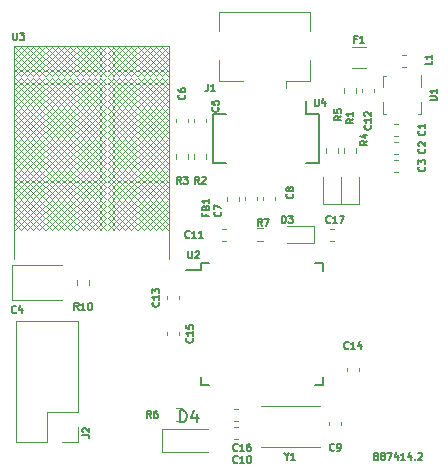
<source format=gbr>
%TF.GenerationSoftware,KiCad,Pcbnew,(5.1.9)-1*%
%TF.CreationDate,2021-02-10T20:47:27+02:00*%
%TF.ProjectId,RVP_saatja,5256505f-7361-4617-946a-612e6b696361,rev?*%
%TF.SameCoordinates,Original*%
%TF.FileFunction,Legend,Top*%
%TF.FilePolarity,Positive*%
%FSLAX46Y46*%
G04 Gerber Fmt 4.6, Leading zero omitted, Abs format (unit mm)*
G04 Created by KiCad (PCBNEW (5.1.9)-1) date 2021-02-10 20:47:27*
%MOMM*%
%LPD*%
G01*
G04 APERTURE LIST*
%ADD10C,0.140000*%
%ADD11C,0.120000*%
%ADD12C,0.150000*%
G04 APERTURE END LIST*
D10*
X150077714Y-93175142D02*
X150163428Y-93203714D01*
X150192000Y-93232285D01*
X150220571Y-93289428D01*
X150220571Y-93375142D01*
X150192000Y-93432285D01*
X150163428Y-93460857D01*
X150106285Y-93489428D01*
X149877714Y-93489428D01*
X149877714Y-92889428D01*
X150077714Y-92889428D01*
X150134857Y-92918000D01*
X150163428Y-92946571D01*
X150192000Y-93003714D01*
X150192000Y-93060857D01*
X150163428Y-93118000D01*
X150134857Y-93146571D01*
X150077714Y-93175142D01*
X149877714Y-93175142D01*
X150563428Y-93146571D02*
X150506285Y-93118000D01*
X150477714Y-93089428D01*
X150449142Y-93032285D01*
X150449142Y-93003714D01*
X150477714Y-92946571D01*
X150506285Y-92918000D01*
X150563428Y-92889428D01*
X150677714Y-92889428D01*
X150734857Y-92918000D01*
X150763428Y-92946571D01*
X150792000Y-93003714D01*
X150792000Y-93032285D01*
X150763428Y-93089428D01*
X150734857Y-93118000D01*
X150677714Y-93146571D01*
X150563428Y-93146571D01*
X150506285Y-93175142D01*
X150477714Y-93203714D01*
X150449142Y-93260857D01*
X150449142Y-93375142D01*
X150477714Y-93432285D01*
X150506285Y-93460857D01*
X150563428Y-93489428D01*
X150677714Y-93489428D01*
X150734857Y-93460857D01*
X150763428Y-93432285D01*
X150792000Y-93375142D01*
X150792000Y-93260857D01*
X150763428Y-93203714D01*
X150734857Y-93175142D01*
X150677714Y-93146571D01*
X150992000Y-92889428D02*
X151392000Y-92889428D01*
X151134857Y-93489428D01*
X151877714Y-93089428D02*
X151877714Y-93489428D01*
X151734857Y-92860857D02*
X151592000Y-93289428D01*
X151963428Y-93289428D01*
X152506285Y-93489428D02*
X152163428Y-93489428D01*
X152334857Y-93489428D02*
X152334857Y-92889428D01*
X152277714Y-92975142D01*
X152220571Y-93032285D01*
X152163428Y-93060857D01*
X153020571Y-93089428D02*
X153020571Y-93489428D01*
X152877714Y-92860857D02*
X152734857Y-93289428D01*
X153106285Y-93289428D01*
X153334857Y-93432285D02*
X153363428Y-93460857D01*
X153334857Y-93489428D01*
X153306285Y-93460857D01*
X153334857Y-93432285D01*
X153334857Y-93489428D01*
X153592000Y-92946571D02*
X153620571Y-92918000D01*
X153677714Y-92889428D01*
X153820571Y-92889428D01*
X153877714Y-92918000D01*
X153906285Y-92946571D01*
X153934857Y-93003714D01*
X153934857Y-93060857D01*
X153906285Y-93146571D01*
X153563428Y-93489428D01*
X153934857Y-93489428D01*
D11*
%TO.C,D4*%
X131912800Y-90846400D02*
X135812800Y-90846400D01*
X131912800Y-92846400D02*
X135812800Y-92846400D01*
X131912800Y-90846400D02*
X131912800Y-92846400D01*
%TO.C,C9*%
X146048000Y-90270420D02*
X146048000Y-90551580D01*
X147068000Y-90270420D02*
X147068000Y-90551580D01*
%TO.C,R10*%
X124699500Y-78248742D02*
X124699500Y-78723258D01*
X125744500Y-78248742D02*
X125744500Y-78723258D01*
%TO.C,C17*%
X146444580Y-73912000D02*
X146163420Y-73912000D01*
X146444580Y-74932000D02*
X146163420Y-74932000D01*
%TO.C,C16*%
X138316580Y-89152000D02*
X138035420Y-89152000D01*
X138316580Y-90172000D02*
X138035420Y-90172000D01*
%TO.C,C15*%
X132332000Y-82663420D02*
X132332000Y-82944580D01*
X133352000Y-82663420D02*
X133352000Y-82944580D01*
%TO.C,C14*%
X148592000Y-85992580D02*
X148592000Y-85711420D01*
X147572000Y-85992580D02*
X147572000Y-85711420D01*
%TO.C,C13*%
X133352000Y-79896580D02*
X133352000Y-79615420D01*
X132332000Y-79896580D02*
X132332000Y-79615420D01*
%TO.C,C12*%
X149862000Y-62370580D02*
X149862000Y-62089420D01*
X148842000Y-62370580D02*
X148842000Y-62089420D01*
%TO.C,C11*%
X137300580Y-73912000D02*
X137019420Y-73912000D01*
X137300580Y-74932000D02*
X137019420Y-74932000D01*
%TO.C,C4*%
X119206000Y-79996000D02*
X123416000Y-79996000D01*
X119206000Y-76976000D02*
X119206000Y-79996000D01*
X123416000Y-76976000D02*
X119206000Y-76976000D01*
%TO.C,J2*%
X124774000Y-92008000D02*
X123444000Y-92008000D01*
X124774000Y-90678000D02*
X124774000Y-92008000D01*
X122174000Y-92008000D02*
X119574000Y-92008000D01*
X122174000Y-89408000D02*
X122174000Y-92008000D01*
X124774000Y-89408000D02*
X122174000Y-89408000D01*
X119574000Y-92008000D02*
X119574000Y-81728000D01*
X124774000Y-89408000D02*
X124774000Y-81728000D01*
X124774000Y-81728000D02*
X119574000Y-81728000D01*
%TO.C,F1*%
X149192064Y-58526000D02*
X147987936Y-58526000D01*
X149192064Y-60346000D02*
X147987936Y-60346000D01*
%TO.C,FB1*%
X137412000Y-71211221D02*
X137412000Y-71536779D01*
X138432000Y-71211221D02*
X138432000Y-71536779D01*
%TO.C,J1*%
X142382000Y-61380000D02*
X142382000Y-61970000D01*
X136722000Y-55560000D02*
X136722000Y-57170000D01*
X144442000Y-55560000D02*
X136722000Y-55560000D01*
X144442000Y-59670000D02*
X144442000Y-61380000D01*
X144442000Y-61380000D02*
X142382000Y-61380000D01*
X136722000Y-59670000D02*
X136722000Y-61380000D01*
X136722000Y-61380000D02*
X138782000Y-61380000D01*
X144442000Y-55560000D02*
X144442000Y-57170000D01*
%TO.C,Y1*%
X145248000Y-88968000D02*
X140248000Y-88968000D01*
X145248000Y-92388000D02*
X140248000Y-92388000D01*
D12*
%TO.C,U4*%
X144081000Y-64219000D02*
X144081000Y-63094000D01*
X136241000Y-64219000D02*
X136241000Y-68369000D01*
X145191000Y-64219000D02*
X145191000Y-68369000D01*
X136241000Y-64219000D02*
X137351000Y-64219000D01*
X136241000Y-68369000D02*
X137351000Y-68369000D01*
X145191000Y-68369000D02*
X144081000Y-68369000D01*
X144081000Y-64219000D02*
X145191000Y-64219000D01*
D11*
%TO.C,R7*%
X139970742Y-74944500D02*
X140445258Y-74944500D01*
X139970742Y-73899500D02*
X140445258Y-73899500D01*
%TO.C,R6*%
X133587258Y-89139500D02*
X133112742Y-89139500D01*
X133587258Y-90184500D02*
X133112742Y-90184500D01*
%TO.C,R5*%
X145781500Y-67072742D02*
X145781500Y-67547258D01*
X146826500Y-67072742D02*
X146826500Y-67547258D01*
%TO.C,R4*%
X147305500Y-67072742D02*
X147305500Y-67547258D01*
X148350500Y-67072742D02*
X148350500Y-67547258D01*
%TO.C,R3*%
X133081500Y-67580742D02*
X133081500Y-68055258D01*
X134126500Y-67580742D02*
X134126500Y-68055258D01*
%TO.C,R2*%
X134605500Y-67580742D02*
X134605500Y-68055258D01*
X135650500Y-67580742D02*
X135650500Y-68055258D01*
%TO.C,D3*%
X144766500Y-73687000D02*
X142481500Y-73687000D01*
X144766500Y-75157000D02*
X144766500Y-73687000D01*
X142481500Y-75157000D02*
X144766500Y-75157000D01*
%TO.C,D2*%
X147039000Y-71843000D02*
X147039000Y-69558000D01*
X145569000Y-71843000D02*
X147039000Y-71843000D01*
X145569000Y-69558000D02*
X145569000Y-71843000D01*
%TO.C,D1*%
X148563000Y-71843000D02*
X148563000Y-69558000D01*
X147093000Y-71843000D02*
X148563000Y-71843000D01*
X147093000Y-69558000D02*
X147093000Y-71843000D01*
%TO.C,C10*%
X138316580Y-90676000D02*
X138035420Y-90676000D01*
X138316580Y-91696000D02*
X138035420Y-91696000D01*
%TO.C,C8*%
X140460000Y-71233420D02*
X140460000Y-71514580D01*
X141480000Y-71233420D02*
X141480000Y-71514580D01*
%TO.C,C7*%
X138936000Y-71233420D02*
X138936000Y-71514580D01*
X139956000Y-71233420D02*
X139956000Y-71514580D01*
%TO.C,C6*%
X134114000Y-64910580D02*
X134114000Y-64629420D01*
X133094000Y-64910580D02*
X133094000Y-64629420D01*
%TO.C,C5*%
X135638000Y-64910580D02*
X135638000Y-64629420D01*
X134618000Y-64910580D02*
X134618000Y-64629420D01*
%TO.C,R1*%
X147305500Y-62467258D02*
X147305500Y-61992742D01*
X148350500Y-62467258D02*
X148350500Y-61992742D01*
%TO.C,L1*%
X152237221Y-59180000D02*
X152562779Y-59180000D01*
X152237221Y-60200000D02*
X152562779Y-60200000D01*
%TO.C,C3*%
X151844580Y-69090000D02*
X151563420Y-69090000D01*
X151844580Y-68070000D02*
X151563420Y-68070000D01*
%TO.C,C2*%
X151844580Y-67566000D02*
X151563420Y-67566000D01*
X151844580Y-66546000D02*
X151563420Y-66546000D01*
%TO.C,C1*%
X151844580Y-66042000D02*
X151563420Y-66042000D01*
X151844580Y-65022000D02*
X151563420Y-65022000D01*
%TO.C,U3*%
X132464000Y-76486000D02*
X132464000Y-58486000D01*
X119374000Y-76486000D02*
X119374000Y-58486000D01*
X119374000Y-58486000D02*
X132464000Y-58486000D01*
X120496000Y-59022000D02*
X121004000Y-59530000D01*
X120996000Y-59522000D02*
X121504000Y-60030000D01*
X119496000Y-60022000D02*
X120004000Y-60530000D01*
X119996000Y-60022000D02*
X120504000Y-60530000D01*
X120496000Y-58522000D02*
X121004000Y-59030000D01*
X119496000Y-59022000D02*
X120004000Y-59530000D01*
X120496000Y-60022000D02*
X121004000Y-60530000D01*
X121496000Y-59022000D02*
X122004000Y-59530000D01*
X119496000Y-59522000D02*
X120004000Y-60030000D01*
X119496000Y-60522000D02*
X120004000Y-61030000D01*
X120996000Y-60522000D02*
X121504000Y-61030000D01*
X121496000Y-60522000D02*
X122004000Y-61030000D01*
X120496000Y-60522000D02*
X121004000Y-61030000D01*
X119496000Y-58522000D02*
X120004000Y-59030000D01*
X119996000Y-59030000D02*
X120504000Y-58522000D01*
X119996000Y-59022000D02*
X120504000Y-59530000D01*
X120496000Y-59522000D02*
X121004000Y-60030000D01*
X120996000Y-60022000D02*
X121504000Y-60530000D01*
X120996000Y-58522000D02*
X121504000Y-59030000D01*
X121496000Y-58522000D02*
X122004000Y-59030000D01*
X120996000Y-59022000D02*
X121504000Y-59530000D01*
X121496000Y-60022000D02*
X122004000Y-60530000D01*
X119996000Y-60522000D02*
X120504000Y-61030000D01*
X119496000Y-59030000D02*
X120004000Y-58522000D01*
X119996000Y-58522000D02*
X120504000Y-59030000D01*
X119996000Y-59522000D02*
X120504000Y-60030000D01*
X121496000Y-59522000D02*
X122004000Y-60030000D01*
X119496000Y-60030000D02*
X120004000Y-59522000D01*
X121496000Y-59530000D02*
X122004000Y-59022000D01*
X120496000Y-59530000D02*
X121004000Y-59022000D01*
X120496000Y-61030000D02*
X121004000Y-60522000D01*
X120996000Y-59030000D02*
X121504000Y-58522000D01*
X120996000Y-59530000D02*
X121504000Y-59022000D01*
X119496000Y-60530000D02*
X120004000Y-60022000D01*
X119496000Y-61030000D02*
X120004000Y-60522000D01*
X121496000Y-60530000D02*
X122004000Y-60022000D01*
X120996000Y-60030000D02*
X121504000Y-59522000D01*
X119996000Y-61030000D02*
X120504000Y-60522000D01*
X119496000Y-59530000D02*
X120004000Y-59022000D01*
X121496000Y-59030000D02*
X122004000Y-58522000D01*
X119996000Y-60530000D02*
X120504000Y-60022000D01*
X120496000Y-59030000D02*
X121004000Y-58522000D01*
X121496000Y-61030000D02*
X122004000Y-60522000D01*
X119996000Y-60030000D02*
X120504000Y-59522000D01*
X120996000Y-60530000D02*
X121504000Y-60022000D01*
X120996000Y-61030000D02*
X121504000Y-60522000D01*
X119996000Y-59530000D02*
X120504000Y-59022000D01*
X121496000Y-60030000D02*
X122004000Y-59522000D01*
X120496000Y-60030000D02*
X121004000Y-59522000D01*
X120496000Y-60530000D02*
X121004000Y-60022000D01*
X122096000Y-59530000D02*
X122604000Y-59022000D01*
X122596000Y-60530000D02*
X123104000Y-60022000D01*
X124096000Y-59030000D02*
X124604000Y-58522000D01*
X123596000Y-60022000D02*
X124104000Y-60530000D01*
X122096000Y-60522000D02*
X122604000Y-61030000D01*
X123096000Y-60022000D02*
X123604000Y-60530000D01*
X123096000Y-59522000D02*
X123604000Y-60030000D01*
X123596000Y-58522000D02*
X124104000Y-59030000D01*
X123096000Y-58522000D02*
X123604000Y-59030000D01*
X122596000Y-60022000D02*
X123104000Y-60530000D01*
X123596000Y-60522000D02*
X124104000Y-61030000D01*
X123096000Y-60522000D02*
X123604000Y-61030000D01*
X122596000Y-59022000D02*
X123104000Y-59530000D01*
X122096000Y-59030000D02*
X122604000Y-58522000D01*
X122596000Y-58522000D02*
X123104000Y-59030000D01*
X124096000Y-59522000D02*
X124604000Y-60030000D01*
X122096000Y-58522000D02*
X122604000Y-59030000D01*
X124096000Y-58522000D02*
X124604000Y-59030000D01*
X122096000Y-60030000D02*
X122604000Y-59522000D01*
X122096000Y-60022000D02*
X122604000Y-60530000D01*
X122096000Y-59522000D02*
X122604000Y-60030000D01*
X123096000Y-59022000D02*
X123604000Y-59530000D01*
X122596000Y-59030000D02*
X123104000Y-58522000D01*
X124096000Y-59530000D02*
X124604000Y-59022000D01*
X123096000Y-61030000D02*
X123604000Y-60522000D01*
X122596000Y-60522000D02*
X123104000Y-61030000D01*
X123596000Y-59030000D02*
X124104000Y-58522000D01*
X122596000Y-59522000D02*
X123104000Y-60030000D01*
X123596000Y-59530000D02*
X124104000Y-59022000D01*
X122096000Y-60530000D02*
X122604000Y-60022000D01*
X124096000Y-59022000D02*
X124604000Y-59530000D01*
X124096000Y-60522000D02*
X124604000Y-61030000D01*
X122096000Y-61030000D02*
X122604000Y-60522000D01*
X123596000Y-59522000D02*
X124104000Y-60030000D01*
X124096000Y-60530000D02*
X124604000Y-60022000D01*
X123596000Y-60030000D02*
X124104000Y-59522000D01*
X122596000Y-61030000D02*
X123104000Y-60522000D01*
X122096000Y-59022000D02*
X122604000Y-59530000D01*
X123596000Y-59022000D02*
X124104000Y-59530000D01*
X123096000Y-59530000D02*
X123604000Y-59022000D01*
X124096000Y-60022000D02*
X124604000Y-60530000D01*
X124096000Y-61030000D02*
X124604000Y-60522000D01*
X123596000Y-61030000D02*
X124104000Y-60522000D01*
X122596000Y-60030000D02*
X123104000Y-59522000D01*
X123096000Y-59030000D02*
X123604000Y-58522000D01*
X124096000Y-60030000D02*
X124604000Y-59522000D01*
X122596000Y-59530000D02*
X123104000Y-59022000D01*
X123096000Y-60530000D02*
X123604000Y-60022000D01*
X123096000Y-60030000D02*
X123604000Y-59522000D01*
X123596000Y-60530000D02*
X124104000Y-60022000D01*
X125696000Y-60022000D02*
X126204000Y-60530000D01*
X126196000Y-58522000D02*
X126704000Y-59030000D01*
X125696000Y-58522000D02*
X126204000Y-59030000D01*
X125196000Y-60022000D02*
X125704000Y-60530000D01*
X125696000Y-59522000D02*
X126204000Y-60030000D01*
X124696000Y-59030000D02*
X125204000Y-58522000D01*
X124696000Y-58522000D02*
X125204000Y-59030000D01*
X126196000Y-59030000D02*
X126704000Y-58522000D01*
X126696000Y-58522000D02*
X127204000Y-59030000D01*
X126696000Y-59522000D02*
X127204000Y-60030000D01*
X126696000Y-61030000D02*
X127204000Y-60522000D01*
X125196000Y-60522000D02*
X125704000Y-61030000D01*
X125196000Y-59030000D02*
X125704000Y-58522000D01*
X124696000Y-60022000D02*
X125204000Y-60530000D01*
X125696000Y-60030000D02*
X126204000Y-59522000D01*
X125696000Y-59030000D02*
X126204000Y-58522000D01*
X125696000Y-59022000D02*
X126204000Y-59530000D01*
X125196000Y-59522000D02*
X125704000Y-60030000D01*
X126696000Y-59530000D02*
X127204000Y-59022000D01*
X126196000Y-61030000D02*
X126704000Y-60522000D01*
X125196000Y-61030000D02*
X125704000Y-60522000D01*
X124696000Y-60530000D02*
X125204000Y-60022000D01*
X126696000Y-60530000D02*
X127204000Y-60022000D01*
X125696000Y-60522000D02*
X126204000Y-61030000D01*
X126696000Y-60522000D02*
X127204000Y-61030000D01*
X124696000Y-59022000D02*
X125204000Y-59530000D01*
X126196000Y-60522000D02*
X126704000Y-61030000D01*
X126696000Y-59022000D02*
X127204000Y-59530000D01*
X124696000Y-61030000D02*
X125204000Y-60522000D01*
X126196000Y-59022000D02*
X126704000Y-59530000D01*
X126696000Y-60022000D02*
X127204000Y-60530000D01*
X125696000Y-61030000D02*
X126204000Y-60522000D01*
X124696000Y-60030000D02*
X125204000Y-59522000D01*
X124696000Y-59522000D02*
X125204000Y-60030000D01*
X125696000Y-59530000D02*
X126204000Y-59022000D01*
X126696000Y-60030000D02*
X127204000Y-59522000D01*
X125196000Y-59530000D02*
X125704000Y-59022000D01*
X126196000Y-59522000D02*
X126704000Y-60030000D01*
X125196000Y-59022000D02*
X125704000Y-59530000D01*
X125196000Y-60030000D02*
X125704000Y-59522000D01*
X125696000Y-60530000D02*
X126204000Y-60022000D01*
X126196000Y-59530000D02*
X126704000Y-59022000D01*
X126196000Y-60530000D02*
X126704000Y-60022000D01*
X125196000Y-58522000D02*
X125704000Y-59030000D01*
X126196000Y-60030000D02*
X126704000Y-59522000D01*
X124696000Y-60522000D02*
X125204000Y-61030000D01*
X124696000Y-59530000D02*
X125204000Y-59022000D01*
X126696000Y-59030000D02*
X127204000Y-58522000D01*
X125196000Y-60530000D02*
X125704000Y-60022000D01*
X126196000Y-60022000D02*
X126704000Y-60530000D01*
X128796000Y-58522000D02*
X129304000Y-59030000D01*
X128296000Y-58522000D02*
X128804000Y-59030000D01*
X128296000Y-60022000D02*
X128804000Y-60530000D01*
X127796000Y-60022000D02*
X128304000Y-60530000D01*
X127296000Y-59030000D02*
X127804000Y-58522000D01*
X127296000Y-58522000D02*
X127804000Y-59030000D01*
X128796000Y-59030000D02*
X129304000Y-58522000D01*
X129296000Y-58522000D02*
X129804000Y-59030000D01*
X129296000Y-59522000D02*
X129804000Y-60030000D01*
X128296000Y-59522000D02*
X128804000Y-60030000D01*
X128296000Y-59030000D02*
X128804000Y-58522000D01*
X129296000Y-59530000D02*
X129804000Y-59022000D01*
X127296000Y-61030000D02*
X127804000Y-60522000D01*
X128796000Y-61030000D02*
X129304000Y-60522000D01*
X127796000Y-59522000D02*
X128304000Y-60030000D01*
X127796000Y-58522000D02*
X128304000Y-59030000D01*
X129296000Y-59022000D02*
X129804000Y-59530000D01*
X129296000Y-60522000D02*
X129804000Y-61030000D01*
X127296000Y-60530000D02*
X127804000Y-60022000D01*
X127296000Y-59530000D02*
X127804000Y-59022000D01*
X128296000Y-60522000D02*
X128804000Y-61030000D01*
X128796000Y-59022000D02*
X129304000Y-59530000D01*
X127296000Y-59022000D02*
X127804000Y-59530000D01*
X128796000Y-60030000D02*
X129304000Y-59522000D01*
X127796000Y-59022000D02*
X128304000Y-59530000D01*
X128296000Y-61030000D02*
X128804000Y-60522000D01*
X127796000Y-59530000D02*
X128304000Y-59022000D01*
X127296000Y-60022000D02*
X127804000Y-60530000D01*
X127296000Y-59522000D02*
X127804000Y-60030000D01*
X127796000Y-60030000D02*
X128304000Y-59522000D01*
X127796000Y-59030000D02*
X128304000Y-58522000D01*
X127296000Y-60030000D02*
X127804000Y-59522000D01*
X128296000Y-59530000D02*
X128804000Y-59022000D01*
X129296000Y-61030000D02*
X129804000Y-60522000D01*
X128296000Y-60530000D02*
X128804000Y-60022000D01*
X128796000Y-60522000D02*
X129304000Y-61030000D01*
X128796000Y-60530000D02*
X129304000Y-60022000D01*
X127796000Y-61030000D02*
X128304000Y-60522000D01*
X129296000Y-60530000D02*
X129804000Y-60022000D01*
X128796000Y-59530000D02*
X129304000Y-59022000D01*
X129296000Y-59030000D02*
X129804000Y-58522000D01*
X127796000Y-60530000D02*
X128304000Y-60022000D01*
X129296000Y-60030000D02*
X129804000Y-59522000D01*
X128296000Y-60030000D02*
X128804000Y-59522000D01*
X127796000Y-60522000D02*
X128304000Y-61030000D01*
X127296000Y-60522000D02*
X127804000Y-61030000D01*
X129296000Y-60022000D02*
X129804000Y-60530000D01*
X128796000Y-60022000D02*
X129304000Y-60530000D01*
X128296000Y-59022000D02*
X128804000Y-59530000D01*
X128796000Y-59522000D02*
X129304000Y-60030000D01*
X130896000Y-60022000D02*
X131404000Y-60530000D01*
X131896000Y-58522000D02*
X132404000Y-59030000D01*
X130896000Y-59030000D02*
X131404000Y-58522000D01*
X130896000Y-59522000D02*
X131404000Y-60030000D01*
X129896000Y-59030000D02*
X130404000Y-58522000D01*
X131896000Y-59522000D02*
X132404000Y-60030000D01*
X131396000Y-59030000D02*
X131904000Y-58522000D01*
X131896000Y-59530000D02*
X132404000Y-59022000D01*
X129896000Y-61030000D02*
X130404000Y-60522000D01*
X130396000Y-60022000D02*
X130904000Y-60530000D01*
X131396000Y-61030000D02*
X131904000Y-60522000D01*
X130396000Y-59522000D02*
X130904000Y-60030000D01*
X130396000Y-58522000D02*
X130904000Y-59030000D01*
X131896000Y-59022000D02*
X132404000Y-59530000D01*
X129896000Y-58522000D02*
X130404000Y-59030000D01*
X131396000Y-58522000D02*
X131904000Y-59030000D01*
X130896000Y-58522000D02*
X131404000Y-59030000D01*
X131396000Y-59530000D02*
X131904000Y-59022000D01*
X130396000Y-59022000D02*
X130904000Y-59530000D01*
X131896000Y-60022000D02*
X132404000Y-60530000D01*
X131396000Y-60030000D02*
X131904000Y-59522000D01*
X130896000Y-60522000D02*
X131404000Y-61030000D01*
X131896000Y-60522000D02*
X132404000Y-61030000D01*
X131896000Y-60030000D02*
X132404000Y-59522000D01*
X129896000Y-59530000D02*
X130404000Y-59022000D01*
X130896000Y-59022000D02*
X131404000Y-59530000D01*
X130896000Y-61030000D02*
X131404000Y-60522000D01*
X131396000Y-59022000D02*
X131904000Y-59530000D01*
X131896000Y-59030000D02*
X132404000Y-58522000D01*
X130896000Y-60530000D02*
X131404000Y-60022000D01*
X129896000Y-60022000D02*
X130404000Y-60530000D01*
X130896000Y-59530000D02*
X131404000Y-59022000D01*
X131396000Y-60522000D02*
X131904000Y-61030000D01*
X130396000Y-60030000D02*
X130904000Y-59522000D01*
X129896000Y-59522000D02*
X130404000Y-60030000D01*
X130396000Y-59030000D02*
X130904000Y-58522000D01*
X131396000Y-60530000D02*
X131904000Y-60022000D01*
X131896000Y-60530000D02*
X132404000Y-60022000D01*
X129896000Y-59022000D02*
X130404000Y-59530000D01*
X131396000Y-59522000D02*
X131904000Y-60030000D01*
X129896000Y-60530000D02*
X130404000Y-60022000D01*
X130396000Y-61030000D02*
X130904000Y-60522000D01*
X130896000Y-60030000D02*
X131404000Y-59522000D01*
X130396000Y-60522000D02*
X130904000Y-61030000D01*
X129896000Y-60030000D02*
X130404000Y-59522000D01*
X131396000Y-60022000D02*
X131904000Y-60530000D01*
X130396000Y-60530000D02*
X130904000Y-60022000D01*
X129896000Y-60522000D02*
X130404000Y-61030000D01*
X130396000Y-59530000D02*
X130904000Y-59022000D01*
X131896000Y-61030000D02*
X132404000Y-60522000D01*
X120496000Y-61122000D02*
X121004000Y-61630000D01*
X121496000Y-62622000D02*
X122004000Y-63130000D01*
X120496000Y-62622000D02*
X121004000Y-63130000D01*
X119996000Y-62622000D02*
X120504000Y-63130000D01*
X120996000Y-62630000D02*
X121504000Y-62122000D01*
X121496000Y-62122000D02*
X122004000Y-62630000D01*
X119996000Y-61122000D02*
X120504000Y-61630000D01*
X120496000Y-61630000D02*
X121004000Y-61122000D01*
X120996000Y-61630000D02*
X121504000Y-61122000D01*
X120996000Y-63630000D02*
X121504000Y-63122000D01*
X119496000Y-61630000D02*
X120004000Y-61122000D01*
X121496000Y-61122000D02*
X122004000Y-61630000D01*
X120496000Y-62122000D02*
X121004000Y-62630000D01*
X119496000Y-63630000D02*
X120004000Y-63122000D01*
X121496000Y-61622000D02*
X122004000Y-62130000D01*
X121496000Y-62130000D02*
X122004000Y-61622000D01*
X119996000Y-62122000D02*
X120504000Y-62630000D01*
X119496000Y-61122000D02*
X120004000Y-61630000D01*
X120996000Y-61122000D02*
X121504000Y-61630000D01*
X120996000Y-62130000D02*
X121504000Y-61622000D01*
X119996000Y-61622000D02*
X120504000Y-62130000D01*
X119496000Y-62130000D02*
X120004000Y-61622000D01*
X119496000Y-62122000D02*
X120004000Y-62630000D01*
X119996000Y-63122000D02*
X120504000Y-63630000D01*
X119996000Y-63630000D02*
X120504000Y-63122000D01*
X119996000Y-61630000D02*
X120504000Y-61122000D01*
X121496000Y-62630000D02*
X122004000Y-62122000D01*
X121496000Y-61630000D02*
X122004000Y-61122000D01*
X119496000Y-61622000D02*
X120004000Y-62130000D01*
X119496000Y-63130000D02*
X120004000Y-62622000D01*
X120996000Y-61622000D02*
X121504000Y-62130000D01*
X120996000Y-62122000D02*
X121504000Y-62630000D01*
X119496000Y-63122000D02*
X120004000Y-63630000D01*
X119496000Y-62630000D02*
X120004000Y-62122000D01*
X119996000Y-63130000D02*
X120504000Y-62622000D01*
X119496000Y-62622000D02*
X120004000Y-63130000D01*
X119996000Y-62130000D02*
X120504000Y-61622000D01*
X120996000Y-63130000D02*
X121504000Y-62622000D01*
X119996000Y-62630000D02*
X120504000Y-62122000D01*
X121496000Y-63630000D02*
X122004000Y-63122000D01*
X120996000Y-63122000D02*
X121504000Y-63630000D01*
X120496000Y-62630000D02*
X121004000Y-62122000D01*
X121496000Y-63130000D02*
X122004000Y-62622000D01*
X121496000Y-63122000D02*
X122004000Y-63630000D01*
X120496000Y-61622000D02*
X121004000Y-62130000D01*
X120496000Y-63130000D02*
X121004000Y-62622000D01*
X120496000Y-62130000D02*
X121004000Y-61622000D01*
X120496000Y-63122000D02*
X121004000Y-63630000D01*
X120496000Y-63630000D02*
X121004000Y-63122000D01*
X120996000Y-62622000D02*
X121504000Y-63130000D01*
X123096000Y-61122000D02*
X123604000Y-61630000D01*
X124096000Y-62622000D02*
X124604000Y-63130000D01*
X123096000Y-62622000D02*
X123604000Y-63130000D01*
X122596000Y-63130000D02*
X123104000Y-62622000D01*
X123096000Y-61630000D02*
X123604000Y-61122000D01*
X123596000Y-62630000D02*
X124104000Y-62122000D01*
X124096000Y-63630000D02*
X124604000Y-63122000D01*
X124096000Y-63122000D02*
X124604000Y-63630000D01*
X122596000Y-62122000D02*
X123104000Y-62630000D01*
X124096000Y-62130000D02*
X124604000Y-61622000D01*
X122096000Y-62622000D02*
X122604000Y-63130000D01*
X123096000Y-62130000D02*
X123604000Y-61622000D01*
X122596000Y-62622000D02*
X123104000Y-63130000D01*
X123096000Y-63630000D02*
X123604000Y-63122000D01*
X122596000Y-61622000D02*
X123104000Y-62130000D01*
X122096000Y-62130000D02*
X122604000Y-61622000D01*
X124096000Y-61630000D02*
X124604000Y-61122000D01*
X122096000Y-61630000D02*
X122604000Y-61122000D01*
X123096000Y-61622000D02*
X123604000Y-62130000D01*
X123596000Y-62130000D02*
X124104000Y-61622000D01*
X123596000Y-63122000D02*
X124104000Y-63630000D01*
X122596000Y-63630000D02*
X123104000Y-63122000D01*
X123096000Y-63122000D02*
X123604000Y-63630000D01*
X122096000Y-62122000D02*
X122604000Y-62630000D01*
X123596000Y-63130000D02*
X124104000Y-62622000D01*
X124096000Y-63130000D02*
X124604000Y-62622000D01*
X122596000Y-62130000D02*
X123104000Y-61622000D01*
X123596000Y-61622000D02*
X124104000Y-62130000D01*
X122096000Y-63122000D02*
X122604000Y-63630000D01*
X123096000Y-63130000D02*
X123604000Y-62622000D01*
X122096000Y-63130000D02*
X122604000Y-62622000D01*
X123596000Y-62622000D02*
X124104000Y-63130000D01*
X122596000Y-62630000D02*
X123104000Y-62122000D01*
X122096000Y-61622000D02*
X122604000Y-62130000D01*
X123596000Y-61630000D02*
X124104000Y-61122000D01*
X122596000Y-61122000D02*
X123104000Y-61630000D01*
X123096000Y-62122000D02*
X123604000Y-62630000D01*
X123096000Y-62630000D02*
X123604000Y-62122000D01*
X122596000Y-63122000D02*
X123104000Y-63630000D01*
X122596000Y-61630000D02*
X123104000Y-61122000D01*
X124096000Y-62630000D02*
X124604000Y-62122000D01*
X124096000Y-61122000D02*
X124604000Y-61630000D01*
X124096000Y-62122000D02*
X124604000Y-62630000D01*
X124096000Y-61622000D02*
X124604000Y-62130000D01*
X122096000Y-63630000D02*
X122604000Y-63122000D01*
X122096000Y-61122000D02*
X122604000Y-61630000D01*
X123596000Y-62122000D02*
X124104000Y-62630000D01*
X123596000Y-63630000D02*
X124104000Y-63122000D01*
X123596000Y-61122000D02*
X124104000Y-61630000D01*
X122096000Y-62630000D02*
X122604000Y-62122000D01*
X124696000Y-61622000D02*
X125204000Y-62130000D01*
X126696000Y-62122000D02*
X127204000Y-62630000D01*
X124696000Y-63630000D02*
X125204000Y-63122000D01*
X124696000Y-61122000D02*
X125204000Y-61630000D01*
X126196000Y-62122000D02*
X126704000Y-62630000D01*
X126196000Y-61122000D02*
X126704000Y-61630000D01*
X126696000Y-62630000D02*
X127204000Y-62122000D01*
X125196000Y-61122000D02*
X125704000Y-61630000D01*
X125196000Y-61630000D02*
X125704000Y-61122000D01*
X125696000Y-62630000D02*
X126204000Y-62122000D01*
X126196000Y-61630000D02*
X126704000Y-61122000D01*
X126196000Y-63630000D02*
X126704000Y-63122000D01*
X124696000Y-62630000D02*
X125204000Y-62122000D01*
X125696000Y-62122000D02*
X126204000Y-62630000D01*
X125196000Y-63122000D02*
X125704000Y-63630000D01*
X126696000Y-61122000D02*
X127204000Y-61630000D01*
X126696000Y-61622000D02*
X127204000Y-62130000D01*
X125696000Y-62622000D02*
X126204000Y-63130000D01*
X125196000Y-62622000D02*
X125704000Y-63130000D01*
X126196000Y-62130000D02*
X126704000Y-61622000D01*
X125696000Y-63630000D02*
X126204000Y-63122000D01*
X125196000Y-63630000D02*
X125704000Y-63122000D01*
X125696000Y-63130000D02*
X126204000Y-62622000D01*
X126696000Y-62622000D02*
X127204000Y-63130000D01*
X126696000Y-63630000D02*
X127204000Y-63122000D01*
X126696000Y-61630000D02*
X127204000Y-61122000D01*
X126196000Y-62630000D02*
X126704000Y-62122000D01*
X124696000Y-61630000D02*
X125204000Y-61122000D01*
X125696000Y-61622000D02*
X126204000Y-62130000D01*
X125196000Y-62122000D02*
X125704000Y-62630000D01*
X125696000Y-63122000D02*
X126204000Y-63630000D01*
X126196000Y-63130000D02*
X126704000Y-62622000D01*
X125696000Y-62130000D02*
X126204000Y-61622000D01*
X125196000Y-61622000D02*
X125704000Y-62130000D01*
X124696000Y-62622000D02*
X125204000Y-63130000D01*
X126196000Y-63122000D02*
X126704000Y-63630000D01*
X126696000Y-63130000D02*
X127204000Y-62622000D01*
X124696000Y-62130000D02*
X125204000Y-61622000D01*
X125196000Y-62130000D02*
X125704000Y-61622000D01*
X126196000Y-61622000D02*
X126704000Y-62130000D01*
X124696000Y-63122000D02*
X125204000Y-63630000D01*
X125696000Y-61122000D02*
X126204000Y-61630000D01*
X125196000Y-63130000D02*
X125704000Y-62622000D01*
X126696000Y-63122000D02*
X127204000Y-63630000D01*
X126696000Y-62130000D02*
X127204000Y-61622000D01*
X124696000Y-63130000D02*
X125204000Y-62622000D01*
X126196000Y-62622000D02*
X126704000Y-63130000D01*
X125696000Y-61630000D02*
X126204000Y-61122000D01*
X124696000Y-62122000D02*
X125204000Y-62630000D01*
X125196000Y-62630000D02*
X125704000Y-62122000D01*
X129296000Y-63630000D02*
X129804000Y-63122000D01*
X127296000Y-61122000D02*
X127804000Y-61630000D01*
X128296000Y-63130000D02*
X128804000Y-62622000D01*
X128296000Y-61622000D02*
X128804000Y-62130000D01*
X128296000Y-62130000D02*
X128804000Y-61622000D01*
X127296000Y-62622000D02*
X127804000Y-63130000D01*
X128796000Y-63122000D02*
X129304000Y-63630000D01*
X128796000Y-61630000D02*
X129304000Y-61122000D01*
X129296000Y-63130000D02*
X129804000Y-62622000D01*
X127296000Y-62130000D02*
X127804000Y-61622000D01*
X129296000Y-63122000D02*
X129804000Y-63630000D01*
X127296000Y-62630000D02*
X127804000Y-62122000D01*
X127796000Y-62630000D02*
X128304000Y-62122000D01*
X128296000Y-63122000D02*
X128804000Y-63630000D01*
X127296000Y-62122000D02*
X127804000Y-62630000D01*
X127796000Y-61630000D02*
X128304000Y-61122000D01*
X129296000Y-62130000D02*
X129804000Y-61622000D01*
X128296000Y-63630000D02*
X128804000Y-63122000D01*
X128796000Y-62122000D02*
X129304000Y-62630000D01*
X127296000Y-63130000D02*
X127804000Y-62622000D01*
X128796000Y-63130000D02*
X129304000Y-62622000D01*
X128796000Y-63630000D02*
X129304000Y-63122000D01*
X129296000Y-61122000D02*
X129804000Y-61630000D01*
X127796000Y-62122000D02*
X128304000Y-62630000D01*
X127296000Y-63122000D02*
X127804000Y-63630000D01*
X129296000Y-62122000D02*
X129804000Y-62630000D01*
X129296000Y-62630000D02*
X129804000Y-62122000D01*
X127296000Y-61622000D02*
X127804000Y-62130000D01*
X128296000Y-62122000D02*
X128804000Y-62630000D01*
X127796000Y-62130000D02*
X128304000Y-61622000D01*
X128296000Y-62630000D02*
X128804000Y-62122000D01*
X128296000Y-61630000D02*
X128804000Y-61122000D01*
X127796000Y-63130000D02*
X128304000Y-62622000D01*
X127296000Y-63630000D02*
X127804000Y-63122000D01*
X127796000Y-63630000D02*
X128304000Y-63122000D01*
X128796000Y-61622000D02*
X129304000Y-62130000D01*
X128796000Y-61122000D02*
X129304000Y-61630000D01*
X129296000Y-61630000D02*
X129804000Y-61122000D01*
X127796000Y-61622000D02*
X128304000Y-62130000D01*
X128796000Y-62130000D02*
X129304000Y-61622000D01*
X127796000Y-63122000D02*
X128304000Y-63630000D01*
X128296000Y-61122000D02*
X128804000Y-61630000D01*
X128796000Y-62622000D02*
X129304000Y-63130000D01*
X128796000Y-62630000D02*
X129304000Y-62122000D01*
X127296000Y-61630000D02*
X127804000Y-61122000D01*
X129296000Y-62622000D02*
X129804000Y-63130000D01*
X128296000Y-62622000D02*
X128804000Y-63130000D01*
X129296000Y-61622000D02*
X129804000Y-62130000D01*
X127796000Y-61122000D02*
X128304000Y-61630000D01*
X127796000Y-62622000D02*
X128304000Y-63130000D01*
X131396000Y-61630000D02*
X131904000Y-61122000D01*
X129896000Y-62130000D02*
X130404000Y-61622000D01*
X129896000Y-62622000D02*
X130404000Y-63130000D01*
X131896000Y-63122000D02*
X132404000Y-63630000D01*
X131896000Y-63130000D02*
X132404000Y-62622000D01*
X131896000Y-63630000D02*
X132404000Y-63122000D01*
X131396000Y-63122000D02*
X131904000Y-63630000D01*
X129896000Y-62630000D02*
X130404000Y-62122000D01*
X130396000Y-62630000D02*
X130904000Y-62122000D01*
X129896000Y-61122000D02*
X130404000Y-61630000D01*
X130896000Y-63122000D02*
X131404000Y-63630000D01*
X129896000Y-62122000D02*
X130404000Y-62630000D01*
X131896000Y-62130000D02*
X132404000Y-61622000D01*
X131396000Y-62122000D02*
X131904000Y-62630000D01*
X129896000Y-63130000D02*
X130404000Y-62622000D01*
X131396000Y-63130000D02*
X131904000Y-62622000D01*
X130896000Y-63130000D02*
X131404000Y-62622000D01*
X130896000Y-62130000D02*
X131404000Y-61622000D01*
X130396000Y-61630000D02*
X130904000Y-61122000D01*
X131396000Y-63630000D02*
X131904000Y-63122000D01*
X131896000Y-61122000D02*
X132404000Y-61630000D01*
X130396000Y-62122000D02*
X130904000Y-62630000D01*
X130896000Y-61622000D02*
X131404000Y-62130000D01*
X129896000Y-63122000D02*
X130404000Y-63630000D01*
X130896000Y-63630000D02*
X131404000Y-63122000D01*
X131896000Y-62122000D02*
X132404000Y-62630000D01*
X130896000Y-62122000D02*
X131404000Y-62630000D01*
X130896000Y-62630000D02*
X131404000Y-62122000D01*
X129896000Y-61622000D02*
X130404000Y-62130000D01*
X131896000Y-62630000D02*
X132404000Y-62122000D01*
X130396000Y-62130000D02*
X130904000Y-61622000D01*
X131896000Y-61630000D02*
X132404000Y-61122000D01*
X130896000Y-61122000D02*
X131404000Y-61630000D01*
X130896000Y-62622000D02*
X131404000Y-63130000D01*
X131396000Y-62130000D02*
X131904000Y-61622000D01*
X130396000Y-63130000D02*
X130904000Y-62622000D01*
X131896000Y-61622000D02*
X132404000Y-62130000D01*
X131396000Y-62630000D02*
X131904000Y-62122000D01*
X130396000Y-62622000D02*
X130904000Y-63130000D01*
X131896000Y-62622000D02*
X132404000Y-63130000D01*
X130396000Y-61622000D02*
X130904000Y-62130000D01*
X129896000Y-63630000D02*
X130404000Y-63122000D01*
X131396000Y-62622000D02*
X131904000Y-63130000D01*
X129896000Y-61630000D02*
X130404000Y-61122000D01*
X130396000Y-63122000D02*
X130904000Y-63630000D01*
X130396000Y-63630000D02*
X130904000Y-63122000D01*
X130396000Y-61122000D02*
X130904000Y-61630000D01*
X131396000Y-61122000D02*
X131904000Y-61630000D01*
X131396000Y-61622000D02*
X131904000Y-62130000D01*
X130896000Y-61630000D02*
X131404000Y-61122000D01*
X119996000Y-63722000D02*
X120504000Y-64230000D01*
X119496000Y-65230000D02*
X120004000Y-64722000D01*
X121496000Y-64730000D02*
X122004000Y-64222000D01*
X119496000Y-66230000D02*
X120004000Y-65722000D01*
X119496000Y-64230000D02*
X120004000Y-63722000D01*
X119996000Y-64722000D02*
X120504000Y-65230000D01*
X121496000Y-64722000D02*
X122004000Y-65230000D01*
X120496000Y-64730000D02*
X121004000Y-64222000D01*
X120496000Y-66230000D02*
X121004000Y-65722000D01*
X120996000Y-64230000D02*
X121504000Y-63722000D01*
X120996000Y-64730000D02*
X121504000Y-64222000D01*
X119496000Y-65730000D02*
X120004000Y-65222000D01*
X123596000Y-64722000D02*
X124104000Y-65230000D01*
X123096000Y-64222000D02*
X123604000Y-64730000D01*
X124096000Y-64722000D02*
X124604000Y-65230000D01*
X120496000Y-65230000D02*
X121004000Y-64722000D01*
X123596000Y-65230000D02*
X124104000Y-64722000D01*
X122096000Y-64730000D02*
X122604000Y-64222000D01*
X119996000Y-65730000D02*
X120504000Y-65222000D01*
X122096000Y-64722000D02*
X122604000Y-65230000D01*
X124096000Y-65730000D02*
X124604000Y-65222000D01*
X122596000Y-66230000D02*
X123104000Y-65722000D01*
X122096000Y-64230000D02*
X122604000Y-63722000D01*
X120496000Y-65730000D02*
X121004000Y-65222000D01*
X122096000Y-64222000D02*
X122604000Y-64730000D01*
X123596000Y-63722000D02*
X124104000Y-64230000D01*
X123596000Y-64230000D02*
X124104000Y-63722000D01*
X123596000Y-64222000D02*
X124104000Y-64730000D01*
X121496000Y-65730000D02*
X122004000Y-65222000D01*
X123096000Y-65222000D02*
X123604000Y-65730000D01*
X121496000Y-66230000D02*
X122004000Y-65722000D01*
X122596000Y-65222000D02*
X123104000Y-65730000D01*
X122596000Y-64230000D02*
X123104000Y-63722000D01*
X122596000Y-64722000D02*
X123104000Y-65230000D01*
X123596000Y-65222000D02*
X124104000Y-65730000D01*
X119996000Y-64730000D02*
X120504000Y-64222000D01*
X122596000Y-65730000D02*
X123104000Y-65222000D01*
X123096000Y-64722000D02*
X123604000Y-65230000D01*
X123596000Y-65722000D02*
X124104000Y-66230000D01*
X120496000Y-64230000D02*
X121004000Y-63722000D01*
X120996000Y-65230000D02*
X121504000Y-64722000D01*
X124096000Y-64230000D02*
X124604000Y-63722000D01*
X122096000Y-65722000D02*
X122604000Y-66230000D01*
X123096000Y-65722000D02*
X123604000Y-66230000D01*
X122596000Y-64222000D02*
X123104000Y-64730000D01*
X123096000Y-64730000D02*
X123604000Y-64222000D01*
X124096000Y-66230000D02*
X124604000Y-65722000D01*
X121496000Y-65230000D02*
X122004000Y-64722000D01*
X122596000Y-63722000D02*
X123104000Y-64230000D01*
X122096000Y-65230000D02*
X122604000Y-64722000D01*
X124096000Y-65222000D02*
X124604000Y-65730000D01*
X123596000Y-66230000D02*
X124104000Y-65722000D01*
X122596000Y-65230000D02*
X123104000Y-64722000D01*
X121496000Y-64230000D02*
X122004000Y-63722000D01*
X124096000Y-65230000D02*
X124604000Y-64722000D01*
X124096000Y-64730000D02*
X124604000Y-64222000D01*
X120996000Y-66230000D02*
X121504000Y-65722000D01*
X122096000Y-63722000D02*
X122604000Y-64230000D01*
X122096000Y-65222000D02*
X122604000Y-65730000D01*
X124096000Y-65722000D02*
X124604000Y-66230000D01*
X123096000Y-64230000D02*
X123604000Y-63722000D01*
X122596000Y-64730000D02*
X123104000Y-64222000D01*
X123096000Y-65730000D02*
X123604000Y-65222000D01*
X119996000Y-65230000D02*
X120504000Y-64722000D01*
X123596000Y-64730000D02*
X124104000Y-64222000D01*
X124096000Y-64222000D02*
X124604000Y-64730000D01*
X123096000Y-65230000D02*
X123604000Y-64722000D01*
X122096000Y-65730000D02*
X122604000Y-65222000D01*
X124096000Y-63722000D02*
X124604000Y-64230000D01*
X123096000Y-66230000D02*
X123604000Y-65722000D01*
X122096000Y-66230000D02*
X122604000Y-65722000D01*
X120996000Y-65730000D02*
X121504000Y-65222000D01*
X119996000Y-66230000D02*
X120504000Y-65722000D01*
X119496000Y-64730000D02*
X120004000Y-64222000D01*
X123096000Y-63722000D02*
X123604000Y-64230000D01*
X122596000Y-65722000D02*
X123104000Y-66230000D01*
X119496000Y-64722000D02*
X120004000Y-65230000D01*
X119496000Y-65722000D02*
X120004000Y-66230000D01*
X120996000Y-65722000D02*
X121504000Y-66230000D01*
X119496000Y-65222000D02*
X120004000Y-65730000D01*
X120996000Y-64722000D02*
X121504000Y-65230000D01*
X119996000Y-65222000D02*
X120504000Y-65730000D01*
X120496000Y-64222000D02*
X121004000Y-64730000D01*
X120496000Y-63722000D02*
X121004000Y-64230000D01*
X119496000Y-64222000D02*
X120004000Y-64730000D01*
X120496000Y-65222000D02*
X121004000Y-65730000D01*
X121496000Y-64222000D02*
X122004000Y-64730000D01*
X119996000Y-64230000D02*
X120504000Y-63722000D01*
X121496000Y-63722000D02*
X122004000Y-64230000D01*
X121496000Y-65722000D02*
X122004000Y-66230000D01*
X119496000Y-63722000D02*
X120004000Y-64230000D01*
X119996000Y-64222000D02*
X120504000Y-64730000D01*
X120996000Y-64222000D02*
X121504000Y-64730000D01*
X119996000Y-65722000D02*
X120504000Y-66230000D01*
X120496000Y-65722000D02*
X121004000Y-66230000D01*
X120996000Y-65222000D02*
X121504000Y-65730000D01*
X120996000Y-63722000D02*
X121504000Y-64230000D01*
X120496000Y-64722000D02*
X121004000Y-65230000D01*
X121496000Y-65222000D02*
X122004000Y-65730000D01*
X119496000Y-67822000D02*
X120004000Y-68330000D01*
X119996000Y-67330000D02*
X120504000Y-66822000D01*
X120996000Y-68330000D02*
X121504000Y-67822000D01*
X119496000Y-67830000D02*
X120004000Y-67322000D01*
X119996000Y-68330000D02*
X120504000Y-67822000D01*
X121496000Y-68830000D02*
X122004000Y-68322000D01*
X120996000Y-68322000D02*
X121504000Y-68830000D01*
X120496000Y-67830000D02*
X121004000Y-67322000D01*
X121496000Y-68330000D02*
X122004000Y-67822000D01*
X121496000Y-68322000D02*
X122004000Y-68830000D01*
X120496000Y-66822000D02*
X121004000Y-67330000D01*
X120496000Y-68330000D02*
X121004000Y-67822000D01*
X119996000Y-67830000D02*
X120504000Y-67322000D01*
X119496000Y-68322000D02*
X120004000Y-68830000D01*
X123596000Y-65730000D02*
X124104000Y-65222000D01*
X125696000Y-65222000D02*
X126204000Y-65730000D01*
X126196000Y-63722000D02*
X126704000Y-64230000D01*
X127296000Y-66230000D02*
X127804000Y-65722000D01*
X126696000Y-65230000D02*
X127204000Y-64722000D01*
X128796000Y-66230000D02*
X129304000Y-65722000D01*
X125696000Y-64730000D02*
X126204000Y-64222000D01*
X126196000Y-65730000D02*
X126704000Y-65222000D01*
X127796000Y-63722000D02*
X128304000Y-64230000D01*
X128296000Y-65222000D02*
X128804000Y-65730000D01*
X126696000Y-64222000D02*
X127204000Y-64730000D01*
X125696000Y-65230000D02*
X126204000Y-64722000D01*
X126196000Y-65222000D02*
X126704000Y-65730000D01*
X127796000Y-64722000D02*
X128304000Y-65230000D01*
X127796000Y-65222000D02*
X128304000Y-65730000D01*
X125196000Y-65722000D02*
X125704000Y-66230000D01*
X126696000Y-66230000D02*
X127204000Y-65722000D01*
X126196000Y-66230000D02*
X126704000Y-65722000D01*
X125196000Y-64222000D02*
X125704000Y-64730000D01*
X126696000Y-65722000D02*
X127204000Y-66230000D01*
X129296000Y-64730000D02*
X129804000Y-64222000D01*
X126696000Y-63722000D02*
X127204000Y-64230000D01*
X126696000Y-64730000D02*
X127204000Y-64222000D01*
X125696000Y-63722000D02*
X126204000Y-64230000D01*
X125196000Y-64230000D02*
X125704000Y-63722000D01*
X126196000Y-64722000D02*
X126704000Y-65230000D01*
X125196000Y-64722000D02*
X125704000Y-65230000D01*
X124696000Y-65722000D02*
X125204000Y-66230000D01*
X124696000Y-64730000D02*
X125204000Y-64222000D01*
X124696000Y-64230000D02*
X125204000Y-63722000D01*
X128296000Y-63722000D02*
X128804000Y-64230000D01*
X125696000Y-64222000D02*
X126204000Y-64730000D01*
X127296000Y-64230000D02*
X127804000Y-63722000D01*
X128296000Y-64722000D02*
X128804000Y-65230000D01*
X129296000Y-64722000D02*
X129804000Y-65230000D01*
X128796000Y-63722000D02*
X129304000Y-64230000D01*
X125696000Y-66230000D02*
X126204000Y-65722000D01*
X125196000Y-64730000D02*
X125704000Y-64222000D01*
X125696000Y-64722000D02*
X126204000Y-65230000D01*
X124696000Y-65730000D02*
X125204000Y-65222000D01*
X126196000Y-65722000D02*
X126704000Y-66230000D01*
X126196000Y-64222000D02*
X126704000Y-64730000D01*
X126196000Y-64730000D02*
X126704000Y-64222000D01*
X126196000Y-65230000D02*
X126704000Y-64722000D01*
X124696000Y-65222000D02*
X125204000Y-65730000D01*
X125196000Y-66230000D02*
X125704000Y-65722000D01*
X124696000Y-64722000D02*
X125204000Y-65230000D01*
X125696000Y-65730000D02*
X126204000Y-65222000D01*
X125696000Y-64230000D02*
X126204000Y-63722000D01*
X126696000Y-64230000D02*
X127204000Y-63722000D01*
X125196000Y-65730000D02*
X125704000Y-65222000D01*
X124696000Y-66230000D02*
X125204000Y-65722000D01*
X125196000Y-65230000D02*
X125704000Y-64722000D01*
X125196000Y-65222000D02*
X125704000Y-65730000D01*
X124696000Y-63722000D02*
X125204000Y-64230000D01*
X126196000Y-64230000D02*
X126704000Y-63722000D01*
X126696000Y-64722000D02*
X127204000Y-65230000D01*
X127296000Y-63722000D02*
X127804000Y-64230000D01*
X128796000Y-64230000D02*
X129304000Y-63722000D01*
X124696000Y-65230000D02*
X125204000Y-64722000D01*
X126696000Y-65222000D02*
X127204000Y-65730000D01*
X125696000Y-65722000D02*
X126204000Y-66230000D01*
X126696000Y-65730000D02*
X127204000Y-65222000D01*
X129296000Y-63722000D02*
X129804000Y-64230000D01*
X124696000Y-64222000D02*
X125204000Y-64730000D01*
X125196000Y-63722000D02*
X125704000Y-64230000D01*
X128296000Y-64230000D02*
X128804000Y-63722000D01*
X128796000Y-64722000D02*
X129304000Y-65230000D01*
X128796000Y-65230000D02*
X129304000Y-64722000D01*
X127796000Y-64222000D02*
X128304000Y-64730000D01*
X129296000Y-64230000D02*
X129804000Y-63722000D01*
X128296000Y-65230000D02*
X128804000Y-64722000D01*
X128796000Y-65222000D02*
X129304000Y-65730000D01*
X130896000Y-64722000D02*
X131404000Y-65230000D01*
X131896000Y-64730000D02*
X132404000Y-64222000D01*
X130396000Y-65222000D02*
X130904000Y-65730000D01*
X131396000Y-66230000D02*
X131904000Y-65722000D01*
X130396000Y-63722000D02*
X130904000Y-64230000D01*
X130896000Y-65722000D02*
X131404000Y-66230000D01*
X127796000Y-64230000D02*
X128304000Y-63722000D01*
X128796000Y-64730000D02*
X129304000Y-64222000D01*
X130896000Y-65222000D02*
X131404000Y-65730000D01*
X131896000Y-64222000D02*
X132404000Y-64730000D01*
X129296000Y-65730000D02*
X129804000Y-65222000D01*
X128296000Y-64730000D02*
X128804000Y-64222000D01*
X128296000Y-64222000D02*
X128804000Y-64730000D01*
X129896000Y-64230000D02*
X130404000Y-63722000D01*
X127296000Y-65730000D02*
X127804000Y-65222000D01*
X127296000Y-64730000D02*
X127804000Y-64222000D01*
X129296000Y-65222000D02*
X129804000Y-65730000D01*
X130396000Y-64722000D02*
X130904000Y-65230000D01*
X127796000Y-65730000D02*
X128304000Y-65222000D01*
X131896000Y-63722000D02*
X132404000Y-64230000D01*
X131396000Y-64730000D02*
X131904000Y-64222000D01*
X130396000Y-64222000D02*
X130904000Y-64730000D01*
X129296000Y-65722000D02*
X129804000Y-66230000D01*
X127796000Y-66230000D02*
X128304000Y-65722000D01*
X128296000Y-65722000D02*
X128804000Y-66230000D01*
X131896000Y-65222000D02*
X132404000Y-65730000D01*
X131396000Y-65230000D02*
X131904000Y-64722000D01*
X131896000Y-65722000D02*
X132404000Y-66230000D01*
X131896000Y-65230000D02*
X132404000Y-64722000D01*
X129896000Y-64730000D02*
X130404000Y-64222000D01*
X130896000Y-64222000D02*
X131404000Y-64730000D01*
X130896000Y-66230000D02*
X131404000Y-65722000D01*
X131896000Y-64230000D02*
X132404000Y-63722000D01*
X129896000Y-66230000D02*
X130404000Y-65722000D01*
X131396000Y-63722000D02*
X131904000Y-64230000D01*
X128796000Y-64222000D02*
X129304000Y-64730000D01*
X130896000Y-64230000D02*
X131404000Y-63722000D01*
X130896000Y-65730000D02*
X131404000Y-65222000D01*
X131896000Y-64722000D02*
X132404000Y-65230000D01*
X129896000Y-63722000D02*
X130404000Y-64230000D01*
X131396000Y-64222000D02*
X131904000Y-64730000D01*
X131396000Y-64230000D02*
X131904000Y-63722000D01*
X130896000Y-63722000D02*
X131404000Y-64230000D01*
X129296000Y-64222000D02*
X129804000Y-64730000D01*
X127796000Y-65230000D02*
X128304000Y-64722000D01*
X127296000Y-65722000D02*
X127804000Y-66230000D01*
X128796000Y-65730000D02*
X129304000Y-65222000D01*
X127796000Y-64730000D02*
X128304000Y-64222000D01*
X129296000Y-65230000D02*
X129804000Y-64722000D01*
X127296000Y-64722000D02*
X127804000Y-65230000D01*
X127296000Y-65230000D02*
X127804000Y-64722000D01*
X129296000Y-66230000D02*
X129804000Y-65722000D01*
X128296000Y-66230000D02*
X128804000Y-65722000D01*
X127296000Y-64222000D02*
X127804000Y-64730000D01*
X128296000Y-65730000D02*
X128804000Y-65222000D01*
X127296000Y-65222000D02*
X127804000Y-65730000D01*
X128796000Y-65722000D02*
X129304000Y-66230000D01*
X127796000Y-65722000D02*
X128304000Y-66230000D01*
X119996000Y-68322000D02*
X120504000Y-68830000D01*
X119996000Y-68830000D02*
X120504000Y-68322000D01*
X130896000Y-64730000D02*
X131404000Y-64222000D01*
X130396000Y-64230000D02*
X130904000Y-63722000D01*
X130396000Y-65722000D02*
X130904000Y-66230000D01*
X129896000Y-65230000D02*
X130404000Y-64722000D01*
X120996000Y-68830000D02*
X121504000Y-68322000D01*
X119996000Y-66822000D02*
X120504000Y-67330000D01*
X131396000Y-64722000D02*
X131904000Y-65230000D01*
X121496000Y-67330000D02*
X122004000Y-66822000D01*
X121496000Y-66322000D02*
X122004000Y-66830000D01*
X119996000Y-66830000D02*
X120504000Y-66322000D01*
X121496000Y-67830000D02*
X122004000Y-67322000D01*
X119496000Y-67330000D02*
X120004000Y-66822000D01*
X119496000Y-68330000D02*
X120004000Y-67822000D01*
X119496000Y-66822000D02*
X120004000Y-67330000D01*
X120996000Y-66822000D02*
X121504000Y-67330000D01*
X120996000Y-67322000D02*
X121504000Y-67830000D01*
X121496000Y-66830000D02*
X122004000Y-66322000D01*
X131396000Y-65730000D02*
X131904000Y-65222000D01*
X131896000Y-65730000D02*
X132404000Y-65222000D01*
X129896000Y-65222000D02*
X130404000Y-65730000D01*
X129896000Y-64722000D02*
X130404000Y-65230000D01*
X130896000Y-65230000D02*
X131404000Y-64722000D01*
X129896000Y-64222000D02*
X130404000Y-64730000D01*
X131396000Y-65222000D02*
X131904000Y-65730000D01*
X129896000Y-65722000D02*
X130404000Y-66230000D01*
X131896000Y-66230000D02*
X132404000Y-65722000D01*
X121496000Y-67322000D02*
X122004000Y-67830000D01*
X119996000Y-66322000D02*
X120504000Y-66830000D01*
X120996000Y-67830000D02*
X121504000Y-67322000D01*
X119496000Y-66830000D02*
X120004000Y-66322000D01*
X119996000Y-67822000D02*
X120504000Y-68330000D01*
X121496000Y-67822000D02*
X122004000Y-68330000D01*
X129896000Y-65730000D02*
X130404000Y-65222000D01*
X120496000Y-66830000D02*
X121004000Y-66322000D01*
X119496000Y-68830000D02*
X120004000Y-68322000D01*
X130396000Y-66230000D02*
X130904000Y-65722000D01*
X121496000Y-66822000D02*
X122004000Y-67330000D01*
X120496000Y-66322000D02*
X121004000Y-66830000D01*
X120496000Y-67822000D02*
X121004000Y-68330000D01*
X119996000Y-67322000D02*
X120504000Y-67830000D01*
X130396000Y-64730000D02*
X130904000Y-64222000D01*
X130396000Y-65230000D02*
X130904000Y-64722000D01*
X120996000Y-66830000D02*
X121504000Y-66322000D01*
X119496000Y-66322000D02*
X120004000Y-66830000D01*
X120496000Y-67322000D02*
X121004000Y-67830000D01*
X130396000Y-65730000D02*
X130904000Y-65222000D01*
X120996000Y-66322000D02*
X121504000Y-66830000D01*
X120996000Y-67330000D02*
X121504000Y-66822000D01*
X131396000Y-65722000D02*
X131904000Y-66230000D01*
X119496000Y-67322000D02*
X120004000Y-67830000D01*
X124696000Y-66822000D02*
X125204000Y-67330000D01*
X124096000Y-67322000D02*
X124604000Y-67830000D01*
X125696000Y-67830000D02*
X126204000Y-67322000D01*
X122596000Y-68330000D02*
X123104000Y-67822000D01*
X124096000Y-66322000D02*
X124604000Y-66830000D01*
X120496000Y-67330000D02*
X121004000Y-66822000D01*
X122096000Y-67830000D02*
X122604000Y-67322000D01*
X124096000Y-68322000D02*
X124604000Y-68830000D01*
X123596000Y-67830000D02*
X124104000Y-67322000D01*
X122596000Y-68830000D02*
X123104000Y-68322000D01*
X123596000Y-66830000D02*
X124104000Y-66322000D01*
X126696000Y-67830000D02*
X127204000Y-67322000D01*
X123096000Y-66830000D02*
X123604000Y-66322000D01*
X124096000Y-68830000D02*
X124604000Y-68322000D01*
X122096000Y-66830000D02*
X122604000Y-66322000D01*
X123096000Y-66822000D02*
X123604000Y-67330000D01*
X122596000Y-67330000D02*
X123104000Y-66822000D01*
X123596000Y-67822000D02*
X124104000Y-68330000D01*
X122096000Y-67330000D02*
X122604000Y-66822000D01*
X124096000Y-68330000D02*
X124604000Y-67822000D01*
X124096000Y-67330000D02*
X124604000Y-66822000D01*
X123096000Y-67822000D02*
X123604000Y-68330000D01*
X123596000Y-67330000D02*
X124104000Y-66822000D01*
X123596000Y-68330000D02*
X124104000Y-67822000D01*
X122096000Y-68830000D02*
X122604000Y-68322000D01*
X122096000Y-66322000D02*
X122604000Y-66830000D01*
X122596000Y-67822000D02*
X123104000Y-68330000D01*
X124696000Y-68830000D02*
X125204000Y-68322000D01*
X122096000Y-67322000D02*
X122604000Y-67830000D01*
X124696000Y-66322000D02*
X125204000Y-66830000D01*
X122596000Y-67322000D02*
X123104000Y-67830000D01*
X125196000Y-66830000D02*
X125704000Y-66322000D01*
X125196000Y-66322000D02*
X125704000Y-66830000D01*
X122596000Y-68322000D02*
X123104000Y-68830000D01*
X124096000Y-66822000D02*
X124604000Y-67330000D01*
X120496000Y-68322000D02*
X121004000Y-68830000D01*
X123096000Y-67330000D02*
X123604000Y-66822000D01*
X122096000Y-68322000D02*
X122604000Y-68830000D01*
X122096000Y-66822000D02*
X122604000Y-67330000D01*
X123096000Y-67322000D02*
X123604000Y-67830000D01*
X123596000Y-66322000D02*
X124104000Y-66830000D01*
X123596000Y-68322000D02*
X124104000Y-68830000D01*
X123596000Y-66822000D02*
X124104000Y-67330000D01*
X124096000Y-67830000D02*
X124604000Y-67322000D01*
X123596000Y-68830000D02*
X124104000Y-68322000D01*
X123096000Y-68322000D02*
X123604000Y-68830000D01*
X126696000Y-67322000D02*
X127204000Y-67830000D01*
X124096000Y-67822000D02*
X124604000Y-68330000D01*
X122596000Y-66322000D02*
X123104000Y-66830000D01*
X123596000Y-67322000D02*
X124104000Y-67830000D01*
X122096000Y-67822000D02*
X122604000Y-68330000D01*
X123096000Y-68830000D02*
X123604000Y-68322000D01*
X122596000Y-66822000D02*
X123104000Y-67330000D01*
X124096000Y-66830000D02*
X124604000Y-66322000D01*
X126196000Y-67322000D02*
X126704000Y-67830000D01*
X126196000Y-66322000D02*
X126704000Y-66830000D01*
X122596000Y-66830000D02*
X123104000Y-66322000D01*
X120496000Y-68830000D02*
X121004000Y-68322000D01*
X122096000Y-68330000D02*
X122604000Y-67822000D01*
X123096000Y-68330000D02*
X123604000Y-67822000D01*
X123096000Y-67830000D02*
X123604000Y-67322000D01*
X120996000Y-67822000D02*
X121504000Y-68330000D01*
X123096000Y-66322000D02*
X123604000Y-66830000D01*
X122596000Y-67830000D02*
X123104000Y-67322000D01*
X125696000Y-66322000D02*
X126204000Y-66830000D01*
X125696000Y-68322000D02*
X126204000Y-68830000D01*
X126196000Y-68330000D02*
X126704000Y-67822000D01*
X125196000Y-68330000D02*
X125704000Y-67822000D01*
X126696000Y-68322000D02*
X127204000Y-68830000D01*
X125696000Y-66830000D02*
X126204000Y-66322000D01*
X125196000Y-67830000D02*
X125704000Y-67322000D01*
X125196000Y-68830000D02*
X125704000Y-68322000D01*
X126196000Y-66830000D02*
X126704000Y-66322000D01*
X125196000Y-67822000D02*
X125704000Y-68330000D01*
X125696000Y-68830000D02*
X126204000Y-68322000D01*
X124696000Y-67330000D02*
X125204000Y-66822000D01*
X124696000Y-68330000D02*
X125204000Y-67822000D01*
X125696000Y-68330000D02*
X126204000Y-67822000D01*
X126196000Y-66822000D02*
X126704000Y-67330000D01*
X126196000Y-68830000D02*
X126704000Y-68322000D01*
X125696000Y-67822000D02*
X126204000Y-68330000D01*
X126696000Y-66830000D02*
X127204000Y-66322000D01*
X126696000Y-66822000D02*
X127204000Y-67330000D01*
X126196000Y-67330000D02*
X126704000Y-66822000D01*
X126696000Y-68830000D02*
X127204000Y-68322000D01*
X126696000Y-66322000D02*
X127204000Y-66830000D01*
X124696000Y-67830000D02*
X125204000Y-67322000D01*
X126196000Y-67830000D02*
X126704000Y-67322000D01*
X124696000Y-66830000D02*
X125204000Y-66322000D01*
X125696000Y-66822000D02*
X126204000Y-67330000D01*
X126696000Y-67330000D02*
X127204000Y-66822000D01*
X126196000Y-67822000D02*
X126704000Y-68330000D01*
X124696000Y-67322000D02*
X125204000Y-67830000D01*
X129296000Y-68830000D02*
X129804000Y-68322000D01*
X127296000Y-66322000D02*
X127804000Y-66830000D01*
X126696000Y-67822000D02*
X127204000Y-68330000D01*
X126696000Y-68330000D02*
X127204000Y-67822000D01*
X128296000Y-68330000D02*
X128804000Y-67822000D01*
X125696000Y-67322000D02*
X126204000Y-67830000D01*
X125196000Y-68322000D02*
X125704000Y-68830000D01*
X125196000Y-66822000D02*
X125704000Y-67330000D01*
X126196000Y-68322000D02*
X126704000Y-68830000D01*
X125696000Y-67330000D02*
X126204000Y-66822000D01*
X125196000Y-67322000D02*
X125704000Y-67830000D01*
X125196000Y-67330000D02*
X125704000Y-66822000D01*
X124696000Y-67822000D02*
X125204000Y-68330000D01*
X124696000Y-68322000D02*
X125204000Y-68830000D01*
X128796000Y-68322000D02*
X129304000Y-68830000D01*
X129296000Y-67330000D02*
X129804000Y-66822000D01*
X128296000Y-68830000D02*
X128804000Y-68322000D01*
X128296000Y-67330000D02*
X128804000Y-66822000D01*
X127296000Y-68330000D02*
X127804000Y-67822000D01*
X128296000Y-66830000D02*
X128804000Y-66322000D01*
X127796000Y-66822000D02*
X128304000Y-67330000D01*
X128796000Y-67822000D02*
X129304000Y-68330000D01*
X127296000Y-68830000D02*
X127804000Y-68322000D01*
X131396000Y-66830000D02*
X131904000Y-66322000D01*
X127796000Y-68330000D02*
X128304000Y-67822000D01*
X128296000Y-67822000D02*
X128804000Y-68330000D01*
X129896000Y-67330000D02*
X130404000Y-66822000D01*
X128796000Y-66830000D02*
X129304000Y-66322000D01*
X129896000Y-68330000D02*
X130404000Y-67822000D01*
X128796000Y-68330000D02*
X129304000Y-67822000D01*
X127296000Y-67822000D02*
X127804000Y-68330000D01*
X127296000Y-67830000D02*
X127804000Y-67322000D01*
X131396000Y-68330000D02*
X131904000Y-67822000D01*
X130896000Y-68330000D02*
X131404000Y-67822000D01*
X127296000Y-68322000D02*
X127804000Y-68830000D01*
X129296000Y-67322000D02*
X129804000Y-67830000D01*
X128296000Y-66822000D02*
X128804000Y-67330000D01*
X128796000Y-67322000D02*
X129304000Y-67830000D01*
X129296000Y-68330000D02*
X129804000Y-67822000D01*
X129296000Y-67830000D02*
X129804000Y-67322000D01*
X127296000Y-66822000D02*
X127804000Y-67330000D01*
X127796000Y-67330000D02*
X128304000Y-66822000D01*
X128796000Y-66822000D02*
X129304000Y-67330000D01*
X129296000Y-66830000D02*
X129804000Y-66322000D01*
X128296000Y-66322000D02*
X128804000Y-66830000D01*
X128796000Y-67830000D02*
X129304000Y-67322000D01*
X127296000Y-66830000D02*
X127804000Y-66322000D01*
X128296000Y-67830000D02*
X128804000Y-67322000D01*
X129296000Y-67822000D02*
X129804000Y-68330000D01*
X127796000Y-67822000D02*
X128304000Y-68330000D01*
X129896000Y-67822000D02*
X130404000Y-68330000D01*
X131896000Y-68330000D02*
X132404000Y-67822000D01*
X131396000Y-68322000D02*
X131904000Y-68830000D01*
X127796000Y-66830000D02*
X128304000Y-66322000D01*
X129296000Y-66322000D02*
X129804000Y-66830000D01*
X127296000Y-67330000D02*
X127804000Y-66822000D01*
X128796000Y-66322000D02*
X129304000Y-66830000D01*
X129296000Y-66822000D02*
X129804000Y-67330000D01*
X127796000Y-67830000D02*
X128304000Y-67322000D01*
X128796000Y-68830000D02*
X129304000Y-68322000D01*
X127796000Y-68830000D02*
X128304000Y-68322000D01*
X128296000Y-68322000D02*
X128804000Y-68830000D01*
X127796000Y-67322000D02*
X128304000Y-67830000D01*
X127796000Y-66322000D02*
X128304000Y-66830000D01*
X129896000Y-67830000D02*
X130404000Y-67322000D01*
X130396000Y-67830000D02*
X130904000Y-67322000D01*
X131896000Y-68830000D02*
X132404000Y-68322000D01*
X129896000Y-66322000D02*
X130404000Y-66830000D01*
X127796000Y-68322000D02*
X128304000Y-68830000D01*
X128296000Y-67322000D02*
X128804000Y-67830000D01*
X130896000Y-68322000D02*
X131404000Y-68830000D01*
X129896000Y-67322000D02*
X130404000Y-67830000D01*
X131896000Y-67330000D02*
X132404000Y-66822000D01*
X127296000Y-67322000D02*
X127804000Y-67830000D01*
X129296000Y-68322000D02*
X129804000Y-68830000D01*
X131896000Y-68322000D02*
X132404000Y-68830000D01*
X128796000Y-67330000D02*
X129304000Y-66822000D01*
X131396000Y-67322000D02*
X131904000Y-67830000D01*
X130896000Y-67830000D02*
X131404000Y-67322000D01*
X130896000Y-66822000D02*
X131404000Y-67330000D01*
X131896000Y-66822000D02*
X132404000Y-67330000D01*
X130896000Y-67822000D02*
X131404000Y-68330000D01*
X130396000Y-66830000D02*
X130904000Y-66322000D01*
X130396000Y-67822000D02*
X130904000Y-68330000D01*
X131396000Y-66822000D02*
X131904000Y-67330000D01*
X129896000Y-66822000D02*
X130404000Y-67330000D01*
X131896000Y-67822000D02*
X132404000Y-68330000D01*
X130896000Y-68830000D02*
X131404000Y-68322000D01*
X129896000Y-68322000D02*
X130404000Y-68830000D01*
X130396000Y-67330000D02*
X130904000Y-66822000D01*
X130896000Y-66830000D02*
X131404000Y-66322000D01*
X130396000Y-68330000D02*
X130904000Y-67822000D01*
X130896000Y-67322000D02*
X131404000Y-67830000D01*
X131896000Y-67830000D02*
X132404000Y-67322000D01*
X130396000Y-67322000D02*
X130904000Y-67830000D01*
X131396000Y-67330000D02*
X131904000Y-66822000D01*
X129896000Y-66830000D02*
X130404000Y-66322000D01*
X130896000Y-67330000D02*
X131404000Y-66822000D01*
X130396000Y-68322000D02*
X130904000Y-68830000D01*
X131896000Y-66830000D02*
X132404000Y-66322000D01*
X131896000Y-66322000D02*
X132404000Y-66830000D01*
X131396000Y-67822000D02*
X131904000Y-68330000D01*
X130396000Y-66322000D02*
X130904000Y-66830000D01*
X130396000Y-68830000D02*
X130904000Y-68322000D01*
X131896000Y-67322000D02*
X132404000Y-67830000D01*
X131396000Y-68830000D02*
X131904000Y-68322000D01*
X131396000Y-67830000D02*
X131904000Y-67322000D01*
X131396000Y-66322000D02*
X131904000Y-66830000D01*
X130896000Y-66322000D02*
X131404000Y-66830000D01*
X129896000Y-68830000D02*
X130404000Y-68322000D01*
X130396000Y-66822000D02*
X130904000Y-67330000D01*
X119496000Y-69430000D02*
X120004000Y-68922000D01*
X120496000Y-71430000D02*
X121004000Y-70922000D01*
X120996000Y-69930000D02*
X121504000Y-69422000D01*
X119496000Y-70930000D02*
X120004000Y-70422000D01*
X123096000Y-69422000D02*
X123604000Y-69930000D01*
X124096000Y-69922000D02*
X124604000Y-70430000D01*
X121496000Y-69922000D02*
X122004000Y-70430000D01*
X121496000Y-69930000D02*
X122004000Y-69422000D01*
X120496000Y-69930000D02*
X121004000Y-69422000D01*
X123596000Y-69922000D02*
X124104000Y-70430000D01*
X120496000Y-70430000D02*
X121004000Y-69922000D01*
X119996000Y-68922000D02*
X120504000Y-69430000D01*
X119496000Y-70430000D02*
X120004000Y-69922000D01*
X119496000Y-71430000D02*
X120004000Y-70922000D01*
X119996000Y-69922000D02*
X120504000Y-70430000D01*
X120996000Y-69430000D02*
X121504000Y-68922000D01*
X123096000Y-70430000D02*
X123604000Y-69922000D01*
X121496000Y-71430000D02*
X122004000Y-70922000D01*
X123596000Y-69422000D02*
X124104000Y-69930000D01*
X123096000Y-70930000D02*
X123604000Y-70422000D01*
X119496000Y-70922000D02*
X120004000Y-71430000D01*
X120496000Y-69430000D02*
X121004000Y-68922000D01*
X123596000Y-70922000D02*
X124104000Y-71430000D01*
X122096000Y-70422000D02*
X122604000Y-70930000D01*
X123096000Y-71430000D02*
X123604000Y-70922000D01*
X123596000Y-69430000D02*
X124104000Y-68922000D01*
X122096000Y-69922000D02*
X122604000Y-70430000D01*
X123096000Y-70922000D02*
X123604000Y-71430000D01*
X120496000Y-70930000D02*
X121004000Y-70422000D01*
X122596000Y-69422000D02*
X123104000Y-69930000D01*
X124096000Y-70422000D02*
X124604000Y-70930000D01*
X124096000Y-70430000D02*
X124604000Y-69922000D01*
X122096000Y-69430000D02*
X122604000Y-68922000D01*
X122096000Y-69422000D02*
X122604000Y-69930000D01*
X122596000Y-69922000D02*
X123104000Y-70430000D01*
X122096000Y-70930000D02*
X122604000Y-70422000D01*
X122096000Y-70922000D02*
X122604000Y-71430000D01*
X122596000Y-71430000D02*
X123104000Y-70922000D01*
X121496000Y-69430000D02*
X122004000Y-68922000D01*
X124096000Y-70930000D02*
X124604000Y-70422000D01*
X123596000Y-68922000D02*
X124104000Y-69430000D01*
X121496000Y-70430000D02*
X122004000Y-69922000D01*
X119996000Y-70430000D02*
X120504000Y-69922000D01*
X122096000Y-71430000D02*
X122604000Y-70922000D01*
X120996000Y-70930000D02*
X121504000Y-70422000D01*
X123096000Y-69930000D02*
X123604000Y-69422000D01*
X123096000Y-68922000D02*
X123604000Y-69430000D01*
X122596000Y-70922000D02*
X123104000Y-71430000D01*
X123096000Y-69430000D02*
X123604000Y-68922000D01*
X124096000Y-69422000D02*
X124604000Y-69930000D01*
X119996000Y-70930000D02*
X120504000Y-70422000D01*
X124096000Y-69930000D02*
X124604000Y-69422000D01*
X124096000Y-70922000D02*
X124604000Y-71430000D01*
X124096000Y-68922000D02*
X124604000Y-69430000D01*
X119996000Y-71430000D02*
X120504000Y-70922000D01*
X119496000Y-69922000D02*
X120004000Y-70430000D01*
X123596000Y-71430000D02*
X124104000Y-70922000D01*
X122596000Y-69930000D02*
X123104000Y-69422000D01*
X122596000Y-70422000D02*
X123104000Y-70930000D01*
X122096000Y-69930000D02*
X122604000Y-69422000D01*
X122596000Y-70430000D02*
X123104000Y-69922000D01*
X123096000Y-70422000D02*
X123604000Y-70930000D01*
X119996000Y-69930000D02*
X120504000Y-69422000D01*
X123596000Y-69930000D02*
X124104000Y-69422000D01*
X124096000Y-71430000D02*
X124604000Y-70922000D01*
X123596000Y-70430000D02*
X124104000Y-69922000D01*
X122596000Y-68922000D02*
X123104000Y-69430000D01*
X122096000Y-70430000D02*
X122604000Y-69922000D01*
X119496000Y-69930000D02*
X120004000Y-69422000D01*
X123596000Y-70422000D02*
X124104000Y-70930000D01*
X121496000Y-70930000D02*
X122004000Y-70422000D01*
X123096000Y-69922000D02*
X123604000Y-70430000D01*
X122596000Y-70930000D02*
X123104000Y-70422000D01*
X120996000Y-70430000D02*
X121504000Y-69922000D01*
X120996000Y-71430000D02*
X121504000Y-70922000D01*
X122596000Y-69430000D02*
X123104000Y-68922000D01*
X124096000Y-69430000D02*
X124604000Y-68922000D01*
X122096000Y-68922000D02*
X122604000Y-69430000D01*
X119496000Y-70422000D02*
X120004000Y-70930000D01*
X120996000Y-70922000D02*
X121504000Y-71430000D01*
X129896000Y-73530000D02*
X130404000Y-73022000D01*
X130896000Y-73522000D02*
X131404000Y-74030000D01*
X129296000Y-73030000D02*
X129804000Y-72522000D01*
X127796000Y-72530000D02*
X128304000Y-72022000D01*
X128796000Y-73030000D02*
X129304000Y-72522000D01*
X127796000Y-72030000D02*
X128304000Y-71522000D01*
X131396000Y-72522000D02*
X131904000Y-73030000D01*
X130896000Y-73030000D02*
X131404000Y-72522000D01*
X128296000Y-72022000D02*
X128804000Y-72530000D01*
X129296000Y-72030000D02*
X129804000Y-71522000D01*
X128796000Y-71522000D02*
X129304000Y-72030000D01*
X129296000Y-71522000D02*
X129804000Y-72030000D01*
X127296000Y-73022000D02*
X127804000Y-73530000D01*
X128796000Y-74030000D02*
X129304000Y-73522000D01*
X127796000Y-71522000D02*
X128304000Y-72030000D01*
X131396000Y-73530000D02*
X131904000Y-73022000D01*
X130896000Y-73530000D02*
X131404000Y-73022000D01*
X128796000Y-73530000D02*
X129304000Y-73022000D01*
X129896000Y-73030000D02*
X130404000Y-72522000D01*
X127796000Y-73530000D02*
X128304000Y-73022000D01*
X128796000Y-72022000D02*
X129304000Y-72530000D01*
X127296000Y-72030000D02*
X127804000Y-71522000D01*
X128296000Y-73030000D02*
X128804000Y-72522000D01*
X129296000Y-72022000D02*
X129804000Y-72530000D01*
X127796000Y-73030000D02*
X128304000Y-72522000D01*
X127796000Y-74030000D02*
X128304000Y-73522000D01*
X128296000Y-72522000D02*
X128804000Y-73030000D01*
X129296000Y-72522000D02*
X129804000Y-73030000D01*
X129296000Y-73022000D02*
X129804000Y-73530000D01*
X131896000Y-73530000D02*
X132404000Y-73022000D01*
X127796000Y-72522000D02*
X128304000Y-73030000D01*
X129896000Y-71522000D02*
X130404000Y-72030000D01*
X131896000Y-72530000D02*
X132404000Y-72022000D01*
X131896000Y-73522000D02*
X132404000Y-74030000D01*
X127296000Y-73030000D02*
X127804000Y-72522000D01*
X129296000Y-73530000D02*
X129804000Y-73022000D01*
X127796000Y-73022000D02*
X128304000Y-73530000D01*
X129896000Y-72530000D02*
X130404000Y-72022000D01*
X128796000Y-72522000D02*
X129304000Y-73030000D01*
X128296000Y-71522000D02*
X128804000Y-72030000D01*
X129896000Y-73022000D02*
X130404000Y-73530000D01*
X131396000Y-73522000D02*
X131904000Y-74030000D01*
X127296000Y-72530000D02*
X127804000Y-72022000D01*
X131896000Y-74030000D02*
X132404000Y-73522000D01*
X127796000Y-73522000D02*
X128304000Y-74030000D01*
X129896000Y-72522000D02*
X130404000Y-73030000D01*
X127296000Y-72022000D02*
X127804000Y-72530000D01*
X127296000Y-73522000D02*
X127804000Y-74030000D01*
X127296000Y-72522000D02*
X127804000Y-73030000D01*
X129296000Y-73522000D02*
X129804000Y-74030000D01*
X128796000Y-72530000D02*
X129304000Y-72022000D01*
X128796000Y-72030000D02*
X129304000Y-71522000D01*
X128296000Y-73022000D02*
X128804000Y-73530000D01*
X128296000Y-73522000D02*
X128804000Y-74030000D01*
X130396000Y-73030000D02*
X130904000Y-72522000D01*
X130896000Y-74030000D02*
X131404000Y-73522000D01*
X131396000Y-72022000D02*
X131904000Y-72530000D01*
X129896000Y-72030000D02*
X130404000Y-71522000D01*
X131396000Y-72530000D02*
X131904000Y-72022000D01*
X130396000Y-73022000D02*
X130904000Y-73530000D01*
X131896000Y-71522000D02*
X132404000Y-72030000D01*
X131896000Y-72022000D02*
X132404000Y-72530000D01*
X131396000Y-73022000D02*
X131904000Y-73530000D01*
X131396000Y-71522000D02*
X131904000Y-72030000D01*
X130896000Y-72022000D02*
X131404000Y-72530000D01*
X130896000Y-73022000D02*
X131404000Y-73530000D01*
X130896000Y-72030000D02*
X131404000Y-71522000D01*
X131896000Y-72030000D02*
X132404000Y-71522000D01*
X130396000Y-72022000D02*
X130904000Y-72530000D01*
X130396000Y-72030000D02*
X130904000Y-71522000D01*
X131896000Y-72522000D02*
X132404000Y-73030000D01*
X130396000Y-71522000D02*
X130904000Y-72030000D01*
X130896000Y-71522000D02*
X131404000Y-72030000D01*
X129896000Y-73522000D02*
X130404000Y-74030000D01*
X129896000Y-74030000D02*
X130404000Y-73522000D01*
X131896000Y-73022000D02*
X132404000Y-73530000D01*
X130896000Y-72522000D02*
X131404000Y-73030000D01*
X130396000Y-74030000D02*
X130904000Y-73522000D01*
X131396000Y-74030000D02*
X131904000Y-73522000D01*
X131396000Y-73030000D02*
X131904000Y-72522000D01*
X130396000Y-73530000D02*
X130904000Y-73022000D01*
X129896000Y-72022000D02*
X130404000Y-72530000D01*
X130396000Y-72522000D02*
X130904000Y-73030000D01*
X131896000Y-73030000D02*
X132404000Y-72522000D01*
X130896000Y-72530000D02*
X131404000Y-72022000D01*
X130396000Y-72530000D02*
X130904000Y-72022000D01*
X130396000Y-73522000D02*
X130904000Y-74030000D01*
X120496000Y-69422000D02*
X121004000Y-69930000D01*
X120996000Y-69922000D02*
X121504000Y-70430000D01*
X119996000Y-70422000D02*
X120504000Y-70930000D01*
X121496000Y-74030000D02*
X122004000Y-73522000D01*
X119996000Y-69430000D02*
X120504000Y-68922000D01*
X120496000Y-69922000D02*
X121004000Y-70430000D01*
X121496000Y-70422000D02*
X122004000Y-70930000D01*
X125696000Y-70422000D02*
X126204000Y-70930000D01*
X127796000Y-70422000D02*
X128304000Y-70930000D01*
X126696000Y-70922000D02*
X127204000Y-71430000D01*
X120996000Y-73522000D02*
X121504000Y-74030000D01*
X129296000Y-69930000D02*
X129804000Y-69422000D01*
X126696000Y-68922000D02*
X127204000Y-69430000D01*
X126696000Y-69930000D02*
X127204000Y-69422000D01*
X120996000Y-69422000D02*
X121504000Y-69930000D01*
X121496000Y-69422000D02*
X122004000Y-69930000D01*
X120496000Y-70422000D02*
X121004000Y-70930000D01*
X119996000Y-69422000D02*
X120504000Y-69930000D01*
X120496000Y-70922000D02*
X121004000Y-71430000D01*
X120496000Y-68922000D02*
X121004000Y-69430000D01*
X119496000Y-68922000D02*
X120004000Y-69430000D01*
X120996000Y-73530000D02*
X121504000Y-73022000D01*
X119496000Y-73030000D02*
X120004000Y-72522000D01*
X119996000Y-73530000D02*
X120504000Y-73022000D01*
X120496000Y-73030000D02*
X121004000Y-72522000D01*
X121496000Y-73530000D02*
X122004000Y-73022000D01*
X120496000Y-72022000D02*
X121004000Y-72530000D01*
X120496000Y-73530000D02*
X121004000Y-73022000D01*
X119996000Y-73030000D02*
X120504000Y-72522000D01*
X123596000Y-70930000D02*
X124104000Y-70422000D01*
X126196000Y-70930000D02*
X126704000Y-70422000D01*
X125696000Y-70430000D02*
X126204000Y-69922000D01*
X128296000Y-70422000D02*
X128804000Y-70930000D01*
X126196000Y-70422000D02*
X126704000Y-70930000D01*
X125696000Y-69930000D02*
X126204000Y-69422000D01*
X120996000Y-68922000D02*
X121504000Y-69430000D01*
X125196000Y-70922000D02*
X125704000Y-71430000D01*
X119496000Y-69422000D02*
X120004000Y-69930000D01*
X119996000Y-70922000D02*
X120504000Y-71430000D01*
X119496000Y-73522000D02*
X120004000Y-74030000D01*
X119496000Y-73022000D02*
X120004000Y-73530000D01*
X126696000Y-71430000D02*
X127204000Y-70922000D01*
X126196000Y-71430000D02*
X126704000Y-70922000D01*
X120996000Y-70422000D02*
X121504000Y-70930000D01*
X119996000Y-72530000D02*
X120504000Y-72022000D01*
X126696000Y-70430000D02*
X127204000Y-69922000D01*
X128796000Y-71430000D02*
X129304000Y-70922000D01*
X125196000Y-69422000D02*
X125704000Y-69930000D01*
X121496000Y-68922000D02*
X122004000Y-69430000D01*
X127296000Y-71430000D02*
X127804000Y-70922000D01*
X127796000Y-68922000D02*
X128304000Y-69430000D01*
X126696000Y-69422000D02*
X127204000Y-69930000D01*
X126196000Y-68922000D02*
X126704000Y-69430000D01*
X127796000Y-69922000D02*
X128304000Y-70430000D01*
X121496000Y-70922000D02*
X122004000Y-71430000D01*
X121496000Y-73522000D02*
X122004000Y-74030000D01*
X126196000Y-69430000D02*
X126704000Y-68922000D01*
X126696000Y-69430000D02*
X127204000Y-68922000D01*
X125696000Y-69430000D02*
X126204000Y-68922000D01*
X125696000Y-69422000D02*
X126204000Y-69930000D01*
X130896000Y-70922000D02*
X131404000Y-71430000D01*
X127296000Y-69430000D02*
X127804000Y-68922000D01*
X124696000Y-70922000D02*
X125204000Y-71430000D01*
X125196000Y-68922000D02*
X125704000Y-69430000D01*
X126696000Y-69922000D02*
X127204000Y-70430000D01*
X128796000Y-69930000D02*
X129304000Y-69422000D01*
X131896000Y-69422000D02*
X132404000Y-69930000D01*
X129296000Y-70930000D02*
X129804000Y-70422000D01*
X130896000Y-70422000D02*
X131404000Y-70930000D01*
X126196000Y-70430000D02*
X126704000Y-69922000D01*
X128296000Y-69422000D02*
X128804000Y-69930000D01*
X129896000Y-69430000D02*
X130404000Y-68922000D01*
X126196000Y-69930000D02*
X126704000Y-69422000D01*
X125196000Y-71430000D02*
X125704000Y-70922000D01*
X124696000Y-69930000D02*
X125204000Y-69422000D01*
X128296000Y-69930000D02*
X128804000Y-69422000D01*
X125196000Y-70430000D02*
X125704000Y-69922000D01*
X124696000Y-68922000D02*
X125204000Y-69430000D01*
X125196000Y-69930000D02*
X125704000Y-69422000D01*
X128296000Y-68922000D02*
X128804000Y-69430000D01*
X125196000Y-70422000D02*
X125704000Y-70930000D01*
X128796000Y-68922000D02*
X129304000Y-69430000D01*
X125696000Y-69922000D02*
X126204000Y-70430000D01*
X128296000Y-69922000D02*
X128804000Y-70430000D01*
X126196000Y-69922000D02*
X126704000Y-70430000D01*
X129296000Y-69922000D02*
X129804000Y-70430000D01*
X127296000Y-68922000D02*
X127804000Y-69430000D01*
X128796000Y-69430000D02*
X129304000Y-68922000D01*
X126696000Y-70422000D02*
X127204000Y-70930000D01*
X125696000Y-70922000D02*
X126204000Y-71430000D01*
X126696000Y-70930000D02*
X127204000Y-70422000D01*
X124696000Y-69422000D02*
X125204000Y-69930000D01*
X124696000Y-70930000D02*
X125204000Y-70422000D01*
X126196000Y-69422000D02*
X126704000Y-69930000D01*
X129296000Y-69430000D02*
X129804000Y-68922000D01*
X125696000Y-70930000D02*
X126204000Y-70422000D01*
X128296000Y-70430000D02*
X128804000Y-69922000D01*
X124696000Y-70422000D02*
X125204000Y-70930000D01*
X129296000Y-68922000D02*
X129804000Y-69430000D01*
X130896000Y-69922000D02*
X131404000Y-70430000D01*
X126196000Y-70922000D02*
X126704000Y-71430000D01*
X125196000Y-70930000D02*
X125704000Y-70422000D01*
X130396000Y-70422000D02*
X130904000Y-70930000D01*
X124696000Y-69922000D02*
X125204000Y-70430000D01*
X124696000Y-71430000D02*
X125204000Y-70922000D01*
X128796000Y-70430000D02*
X129304000Y-69922000D01*
X127796000Y-69422000D02*
X128304000Y-69930000D01*
X131396000Y-71430000D02*
X131904000Y-70922000D01*
X128796000Y-69922000D02*
X129304000Y-70430000D01*
X128796000Y-70422000D02*
X129304000Y-70930000D01*
X125696000Y-68922000D02*
X126204000Y-69430000D01*
X127796000Y-69430000D02*
X128304000Y-68922000D01*
X130396000Y-68922000D02*
X130904000Y-69430000D01*
X125196000Y-69430000D02*
X125704000Y-68922000D01*
X131896000Y-69930000D02*
X132404000Y-69422000D01*
X124696000Y-69430000D02*
X125204000Y-68922000D01*
X125196000Y-69922000D02*
X125704000Y-70430000D01*
X128296000Y-69430000D02*
X128804000Y-68922000D01*
X125696000Y-71430000D02*
X126204000Y-70922000D01*
X124696000Y-70430000D02*
X125204000Y-69922000D01*
X127796000Y-70430000D02*
X128304000Y-69922000D01*
X129896000Y-71430000D02*
X130404000Y-70922000D01*
X130896000Y-69422000D02*
X131404000Y-69930000D01*
X119996000Y-74030000D02*
X120504000Y-73522000D01*
X130896000Y-69930000D02*
X131404000Y-69422000D01*
X130896000Y-68922000D02*
X131404000Y-69430000D01*
X127796000Y-70930000D02*
X128304000Y-70422000D01*
X131396000Y-69430000D02*
X131904000Y-68922000D01*
X130396000Y-69430000D02*
X130904000Y-68922000D01*
X119996000Y-72022000D02*
X120504000Y-72530000D01*
X129896000Y-69930000D02*
X130404000Y-69422000D01*
X129296000Y-70922000D02*
X129804000Y-71430000D01*
X128796000Y-70930000D02*
X129304000Y-70422000D01*
X131396000Y-70430000D02*
X131904000Y-69922000D01*
X127796000Y-69930000D02*
X128304000Y-69422000D01*
X127296000Y-69422000D02*
X127804000Y-69930000D01*
X127796000Y-70922000D02*
X128304000Y-71430000D01*
X131896000Y-70422000D02*
X132404000Y-70930000D01*
X131896000Y-68922000D02*
X132404000Y-69430000D01*
X131896000Y-70922000D02*
X132404000Y-71430000D01*
X130896000Y-69430000D02*
X131404000Y-68922000D01*
X127296000Y-70922000D02*
X127804000Y-71430000D01*
X128296000Y-70922000D02*
X128804000Y-71430000D01*
X128796000Y-70922000D02*
X129304000Y-71430000D01*
X127796000Y-71430000D02*
X128304000Y-70922000D01*
X131896000Y-70430000D02*
X132404000Y-69922000D01*
X127296000Y-70430000D02*
X127804000Y-69922000D01*
X131396000Y-69922000D02*
X131904000Y-70430000D01*
X129296000Y-70422000D02*
X129804000Y-70930000D01*
X119996000Y-72030000D02*
X120504000Y-71522000D01*
X129296000Y-70430000D02*
X129804000Y-69922000D01*
X121496000Y-73030000D02*
X122004000Y-72522000D01*
X119496000Y-73530000D02*
X120004000Y-73022000D01*
X129896000Y-70430000D02*
X130404000Y-69922000D01*
X121496000Y-71522000D02*
X122004000Y-72030000D01*
X130396000Y-69422000D02*
X130904000Y-69930000D01*
X119996000Y-73522000D02*
X120504000Y-74030000D01*
X130396000Y-70922000D02*
X130904000Y-71430000D01*
X119496000Y-72530000D02*
X120004000Y-72022000D01*
X119496000Y-72022000D02*
X120004000Y-72530000D01*
X120996000Y-72022000D02*
X121504000Y-72530000D01*
X128296000Y-70930000D02*
X128804000Y-70422000D01*
X120996000Y-74030000D02*
X121504000Y-73522000D01*
X131396000Y-68922000D02*
X131904000Y-69430000D01*
X120996000Y-72522000D02*
X121504000Y-73030000D01*
X127296000Y-70422000D02*
X127804000Y-70930000D01*
X131896000Y-69430000D02*
X132404000Y-68922000D01*
X131896000Y-69922000D02*
X132404000Y-70430000D01*
X121496000Y-72530000D02*
X122004000Y-72022000D01*
X121496000Y-72030000D02*
X122004000Y-71522000D01*
X127296000Y-69922000D02*
X127804000Y-70430000D01*
X131396000Y-70930000D02*
X131904000Y-70422000D01*
X129296000Y-71430000D02*
X129804000Y-70922000D01*
X128296000Y-71430000D02*
X128804000Y-70922000D01*
X127296000Y-70930000D02*
X127804000Y-70422000D01*
X130896000Y-70930000D02*
X131404000Y-70422000D01*
X130896000Y-71430000D02*
X131404000Y-70922000D01*
X127296000Y-69930000D02*
X127804000Y-69422000D01*
X129896000Y-68922000D02*
X130404000Y-69430000D01*
X131396000Y-69930000D02*
X131904000Y-69422000D01*
X130396000Y-69922000D02*
X130904000Y-70430000D01*
X128796000Y-69422000D02*
X129304000Y-69930000D01*
X131396000Y-69422000D02*
X131904000Y-69930000D01*
X129296000Y-69422000D02*
X129804000Y-69930000D01*
X122096000Y-74030000D02*
X122604000Y-73522000D01*
X129896000Y-70922000D02*
X130404000Y-71430000D01*
X119496000Y-74030000D02*
X120004000Y-73522000D01*
X121496000Y-72022000D02*
X122004000Y-72530000D01*
X120496000Y-72530000D02*
X121004000Y-72022000D01*
X122596000Y-74030000D02*
X123104000Y-73522000D01*
X122096000Y-72030000D02*
X122604000Y-71522000D01*
X120496000Y-73022000D02*
X121004000Y-73530000D01*
X120496000Y-71522000D02*
X121004000Y-72030000D01*
X130396000Y-70930000D02*
X130904000Y-70422000D01*
X124096000Y-72530000D02*
X124604000Y-72022000D01*
X122096000Y-71522000D02*
X122604000Y-72030000D01*
X131896000Y-70930000D02*
X132404000Y-70422000D01*
X129896000Y-70930000D02*
X130404000Y-70422000D01*
X129896000Y-70422000D02*
X130404000Y-70930000D01*
X119496000Y-71522000D02*
X120004000Y-72030000D01*
X124696000Y-72022000D02*
X125204000Y-72530000D01*
X129896000Y-69922000D02*
X130404000Y-70430000D01*
X120996000Y-72030000D02*
X121504000Y-71522000D01*
X120996000Y-72530000D02*
X121504000Y-72022000D01*
X119996000Y-72522000D02*
X120504000Y-73030000D01*
X129896000Y-69422000D02*
X130404000Y-69930000D01*
X120496000Y-72522000D02*
X121004000Y-73030000D01*
X124096000Y-73522000D02*
X124604000Y-74030000D01*
X120496000Y-72030000D02*
X121004000Y-71522000D01*
X126696000Y-73030000D02*
X127204000Y-72522000D01*
X123096000Y-72022000D02*
X123604000Y-72530000D01*
X122096000Y-72530000D02*
X122604000Y-72022000D01*
X130896000Y-70430000D02*
X131404000Y-69922000D01*
X121496000Y-73022000D02*
X122004000Y-73530000D01*
X120996000Y-71522000D02*
X121504000Y-72030000D01*
X123596000Y-73022000D02*
X124104000Y-73530000D01*
X124096000Y-74030000D02*
X124604000Y-73522000D01*
X124096000Y-73530000D02*
X124604000Y-73022000D01*
X122096000Y-73030000D02*
X122604000Y-72522000D01*
X130396000Y-69930000D02*
X130904000Y-69422000D01*
X124096000Y-72522000D02*
X124604000Y-73030000D01*
X123596000Y-72030000D02*
X124104000Y-71522000D01*
X123596000Y-72530000D02*
X124104000Y-72022000D01*
X123596000Y-73530000D02*
X124104000Y-73022000D01*
X123096000Y-72030000D02*
X123604000Y-71522000D01*
X131396000Y-70422000D02*
X131904000Y-70930000D01*
X131396000Y-70922000D02*
X131904000Y-71430000D01*
X123596000Y-73030000D02*
X124104000Y-72522000D01*
X122096000Y-72522000D02*
X122604000Y-73030000D01*
X124696000Y-71522000D02*
X125204000Y-72030000D01*
X122596000Y-72522000D02*
X123104000Y-73030000D01*
X125196000Y-72030000D02*
X125704000Y-71522000D01*
X125696000Y-73030000D02*
X126204000Y-72522000D01*
X119996000Y-71522000D02*
X120504000Y-72030000D01*
X130396000Y-71430000D02*
X130904000Y-70922000D01*
X130396000Y-70430000D02*
X130904000Y-69922000D01*
X122596000Y-72530000D02*
X123104000Y-72022000D01*
X123096000Y-73022000D02*
X123604000Y-73530000D01*
X122596000Y-73022000D02*
X123104000Y-73530000D01*
X124696000Y-74030000D02*
X125204000Y-73522000D01*
X120996000Y-73030000D02*
X121504000Y-72522000D01*
X119496000Y-72030000D02*
X120004000Y-71522000D01*
X131896000Y-71430000D02*
X132404000Y-70922000D01*
X119496000Y-72522000D02*
X120004000Y-73030000D01*
X122596000Y-73530000D02*
X123104000Y-73022000D01*
X121496000Y-72522000D02*
X122004000Y-73030000D01*
X119996000Y-73022000D02*
X120504000Y-73530000D01*
X124096000Y-71522000D02*
X124604000Y-72030000D01*
X122096000Y-73022000D02*
X122604000Y-73530000D01*
X122596000Y-73522000D02*
X123104000Y-74030000D01*
X124096000Y-73030000D02*
X124604000Y-72522000D01*
X123596000Y-74030000D02*
X124104000Y-73522000D01*
X125196000Y-73022000D02*
X125704000Y-73530000D01*
X123096000Y-73030000D02*
X123604000Y-72522000D01*
X126696000Y-71522000D02*
X127204000Y-72030000D01*
X124696000Y-73030000D02*
X125204000Y-72522000D01*
X123096000Y-74030000D02*
X123604000Y-73522000D01*
X124696000Y-72030000D02*
X125204000Y-71522000D01*
X126696000Y-72530000D02*
X127204000Y-72022000D01*
X126196000Y-73022000D02*
X126704000Y-73530000D01*
X124696000Y-73530000D02*
X125204000Y-73022000D01*
X122096000Y-72022000D02*
X122604000Y-72530000D01*
X127296000Y-71522000D02*
X127804000Y-72030000D01*
X126696000Y-73022000D02*
X127204000Y-73530000D01*
X125196000Y-71522000D02*
X125704000Y-72030000D01*
X122096000Y-73522000D02*
X122604000Y-74030000D01*
X123596000Y-71522000D02*
X124104000Y-72030000D01*
X126196000Y-74030000D02*
X126704000Y-73522000D01*
X124096000Y-73022000D02*
X124604000Y-73530000D01*
X123596000Y-72522000D02*
X124104000Y-73030000D01*
X123096000Y-72530000D02*
X123604000Y-72022000D01*
X126196000Y-73030000D02*
X126704000Y-72522000D01*
X122596000Y-71522000D02*
X123104000Y-72030000D01*
X122596000Y-72022000D02*
X123104000Y-72530000D01*
X124096000Y-72030000D02*
X124604000Y-71522000D01*
X126196000Y-71522000D02*
X126704000Y-72030000D01*
X122596000Y-72030000D02*
X123104000Y-71522000D01*
X123096000Y-73530000D02*
X123604000Y-73022000D01*
X120496000Y-74030000D02*
X121004000Y-73522000D01*
X126196000Y-73530000D02*
X126704000Y-73022000D01*
X125196000Y-74030000D02*
X125704000Y-73522000D01*
X125196000Y-73030000D02*
X125704000Y-72522000D01*
X125696000Y-74030000D02*
X126204000Y-73522000D01*
X125696000Y-73530000D02*
X126204000Y-73022000D01*
X126696000Y-73522000D02*
X127204000Y-74030000D01*
X126696000Y-72030000D02*
X127204000Y-71522000D01*
X125696000Y-73522000D02*
X126204000Y-74030000D01*
X123596000Y-72022000D02*
X124104000Y-72530000D01*
X124696000Y-72530000D02*
X125204000Y-72022000D01*
X123096000Y-72522000D02*
X123604000Y-73030000D01*
X122096000Y-73530000D02*
X122604000Y-73022000D01*
X126696000Y-74030000D02*
X127204000Y-73522000D01*
X123096000Y-73522000D02*
X123604000Y-74030000D01*
X125696000Y-72022000D02*
X126204000Y-72530000D01*
X124696000Y-72522000D02*
X125204000Y-73030000D01*
X123596000Y-73522000D02*
X124104000Y-74030000D01*
X126696000Y-72522000D02*
X127204000Y-73030000D01*
X122596000Y-73030000D02*
X123104000Y-72522000D01*
X125696000Y-71522000D02*
X126204000Y-72030000D01*
X129296000Y-74030000D02*
X129804000Y-73522000D01*
X124096000Y-72022000D02*
X124604000Y-72530000D01*
X123096000Y-71522000D02*
X123604000Y-72030000D01*
X125196000Y-73530000D02*
X125704000Y-73022000D01*
X126696000Y-72022000D02*
X127204000Y-72530000D01*
X126196000Y-72030000D02*
X126704000Y-71522000D01*
X125696000Y-72030000D02*
X126204000Y-71522000D01*
X126196000Y-72022000D02*
X126704000Y-72530000D01*
X120996000Y-73022000D02*
X121504000Y-73530000D01*
X125696000Y-73022000D02*
X126204000Y-73530000D01*
X126196000Y-72530000D02*
X126704000Y-72022000D01*
X120496000Y-73522000D02*
X121004000Y-74030000D01*
X126196000Y-72522000D02*
X126704000Y-73030000D01*
X124696000Y-73522000D02*
X125204000Y-74030000D01*
X126196000Y-73522000D02*
X126704000Y-74030000D01*
X128796000Y-73522000D02*
X129304000Y-74030000D01*
X129296000Y-72530000D02*
X129804000Y-72022000D01*
X125696000Y-72530000D02*
X126204000Y-72022000D01*
X125196000Y-72530000D02*
X125704000Y-72022000D01*
X128296000Y-74030000D02*
X128804000Y-73522000D01*
X126696000Y-73530000D02*
X127204000Y-73022000D01*
X128296000Y-73530000D02*
X128804000Y-73022000D01*
X128296000Y-72530000D02*
X128804000Y-72022000D01*
X128296000Y-72030000D02*
X128804000Y-71522000D01*
X127796000Y-72022000D02*
X128304000Y-72530000D01*
X128796000Y-73022000D02*
X129304000Y-73530000D01*
X127296000Y-73530000D02*
X127804000Y-73022000D01*
X125696000Y-72522000D02*
X126204000Y-73030000D01*
X125196000Y-72022000D02*
X125704000Y-72530000D01*
X127296000Y-74030000D02*
X127804000Y-73522000D01*
X131396000Y-72030000D02*
X131904000Y-71522000D01*
X125196000Y-73522000D02*
X125704000Y-74030000D01*
X124696000Y-73022000D02*
X125204000Y-73530000D01*
X125196000Y-72522000D02*
X125704000Y-73030000D01*
D12*
%TO.C,U2*%
X135211000Y-76819000D02*
X135211000Y-77394000D01*
X145561000Y-76819000D02*
X145561000Y-77494000D01*
X145561000Y-87169000D02*
X145561000Y-86494000D01*
X135211000Y-87169000D02*
X135211000Y-86494000D01*
X135211000Y-76819000D02*
X135886000Y-76819000D01*
X135211000Y-87169000D02*
X135886000Y-87169000D01*
X145561000Y-87169000D02*
X144886000Y-87169000D01*
X145561000Y-76819000D02*
X144886000Y-76819000D01*
X135211000Y-77394000D02*
X133936000Y-77394000D01*
D11*
%TO.C,U1*%
X150832000Y-60964000D02*
X150602000Y-60964000D01*
X150602000Y-60964000D02*
X150602000Y-61939000D01*
X150832000Y-64184000D02*
X150602000Y-64184000D01*
X150602000Y-63209000D02*
X150602000Y-64184000D01*
X153822000Y-63209000D02*
X153822000Y-64184000D01*
X153822000Y-64184000D02*
X153592000Y-64184000D01*
X153822000Y-60934000D02*
X153822000Y-61939000D01*
%TO.C,D4*%
D12*
X133424704Y-90298780D02*
X133424704Y-89298780D01*
X133662800Y-89298780D01*
X133805657Y-89346400D01*
X133900895Y-89441638D01*
X133948514Y-89536876D01*
X133996133Y-89727352D01*
X133996133Y-89870209D01*
X133948514Y-90060685D01*
X133900895Y-90155923D01*
X133805657Y-90251161D01*
X133662800Y-90298780D01*
X133424704Y-90298780D01*
X134853276Y-89632114D02*
X134853276Y-90298780D01*
X134615180Y-89251161D02*
X134377085Y-89965447D01*
X134996133Y-89965447D01*
%TO.C,C9*%
D10*
X146458000Y-92657285D02*
X146429428Y-92685857D01*
X146343714Y-92714428D01*
X146286571Y-92714428D01*
X146200857Y-92685857D01*
X146143714Y-92628714D01*
X146115142Y-92571571D01*
X146086571Y-92457285D01*
X146086571Y-92371571D01*
X146115142Y-92257285D01*
X146143714Y-92200142D01*
X146200857Y-92143000D01*
X146286571Y-92114428D01*
X146343714Y-92114428D01*
X146429428Y-92143000D01*
X146458000Y-92171571D01*
X146743714Y-92714428D02*
X146858000Y-92714428D01*
X146915142Y-92685857D01*
X146943714Y-92657285D01*
X147000857Y-92571571D01*
X147029428Y-92457285D01*
X147029428Y-92228714D01*
X147000857Y-92171571D01*
X146972285Y-92143000D01*
X146915142Y-92114428D01*
X146800857Y-92114428D01*
X146743714Y-92143000D01*
X146715142Y-92171571D01*
X146686571Y-92228714D01*
X146686571Y-92371571D01*
X146715142Y-92428714D01*
X146743714Y-92457285D01*
X146800857Y-92485857D01*
X146915142Y-92485857D01*
X146972285Y-92457285D01*
X147000857Y-92428714D01*
X147029428Y-92371571D01*
%TO.C,R10*%
X124836285Y-80789428D02*
X124636285Y-80503714D01*
X124493428Y-80789428D02*
X124493428Y-80189428D01*
X124722000Y-80189428D01*
X124779142Y-80218000D01*
X124807714Y-80246571D01*
X124836285Y-80303714D01*
X124836285Y-80389428D01*
X124807714Y-80446571D01*
X124779142Y-80475142D01*
X124722000Y-80503714D01*
X124493428Y-80503714D01*
X125407714Y-80789428D02*
X125064857Y-80789428D01*
X125236285Y-80789428D02*
X125236285Y-80189428D01*
X125179142Y-80275142D01*
X125122000Y-80332285D01*
X125064857Y-80360857D01*
X125779142Y-80189428D02*
X125836285Y-80189428D01*
X125893428Y-80218000D01*
X125922000Y-80246571D01*
X125950571Y-80303714D01*
X125979142Y-80418000D01*
X125979142Y-80560857D01*
X125950571Y-80675142D01*
X125922000Y-80732285D01*
X125893428Y-80760857D01*
X125836285Y-80789428D01*
X125779142Y-80789428D01*
X125722000Y-80760857D01*
X125693428Y-80732285D01*
X125664857Y-80675142D01*
X125636285Y-80560857D01*
X125636285Y-80418000D01*
X125664857Y-80303714D01*
X125693428Y-80246571D01*
X125722000Y-80218000D01*
X125779142Y-80189428D01*
%TO.C,C17*%
X146172285Y-73366285D02*
X146143714Y-73394857D01*
X146058000Y-73423428D01*
X146000857Y-73423428D01*
X145915142Y-73394857D01*
X145858000Y-73337714D01*
X145829428Y-73280571D01*
X145800857Y-73166285D01*
X145800857Y-73080571D01*
X145829428Y-72966285D01*
X145858000Y-72909142D01*
X145915142Y-72852000D01*
X146000857Y-72823428D01*
X146058000Y-72823428D01*
X146143714Y-72852000D01*
X146172285Y-72880571D01*
X146743714Y-73423428D02*
X146400857Y-73423428D01*
X146572285Y-73423428D02*
X146572285Y-72823428D01*
X146515142Y-72909142D01*
X146458000Y-72966285D01*
X146400857Y-72994857D01*
X146943714Y-72823428D02*
X147343714Y-72823428D01*
X147086571Y-73423428D01*
%TO.C,C16*%
X138298285Y-92670285D02*
X138269714Y-92698857D01*
X138184000Y-92727428D01*
X138126857Y-92727428D01*
X138041142Y-92698857D01*
X137984000Y-92641714D01*
X137955428Y-92584571D01*
X137926857Y-92470285D01*
X137926857Y-92384571D01*
X137955428Y-92270285D01*
X137984000Y-92213142D01*
X138041142Y-92156000D01*
X138126857Y-92127428D01*
X138184000Y-92127428D01*
X138269714Y-92156000D01*
X138298285Y-92184571D01*
X138869714Y-92727428D02*
X138526857Y-92727428D01*
X138698285Y-92727428D02*
X138698285Y-92127428D01*
X138641142Y-92213142D01*
X138584000Y-92270285D01*
X138526857Y-92298857D01*
X139384000Y-92127428D02*
X139269714Y-92127428D01*
X139212571Y-92156000D01*
X139184000Y-92184571D01*
X139126857Y-92270285D01*
X139098285Y-92384571D01*
X139098285Y-92613142D01*
X139126857Y-92670285D01*
X139155428Y-92698857D01*
X139212571Y-92727428D01*
X139326857Y-92727428D01*
X139384000Y-92698857D01*
X139412571Y-92670285D01*
X139441142Y-92613142D01*
X139441142Y-92470285D01*
X139412571Y-92413142D01*
X139384000Y-92384571D01*
X139326857Y-92356000D01*
X139212571Y-92356000D01*
X139155428Y-92384571D01*
X139126857Y-92413142D01*
X139098285Y-92470285D01*
%TO.C,C15*%
X134486285Y-83189714D02*
X134514857Y-83218285D01*
X134543428Y-83304000D01*
X134543428Y-83361142D01*
X134514857Y-83446857D01*
X134457714Y-83504000D01*
X134400571Y-83532571D01*
X134286285Y-83561142D01*
X134200571Y-83561142D01*
X134086285Y-83532571D01*
X134029142Y-83504000D01*
X133972000Y-83446857D01*
X133943428Y-83361142D01*
X133943428Y-83304000D01*
X133972000Y-83218285D01*
X134000571Y-83189714D01*
X134543428Y-82618285D02*
X134543428Y-82961142D01*
X134543428Y-82789714D02*
X133943428Y-82789714D01*
X134029142Y-82846857D01*
X134086285Y-82904000D01*
X134114857Y-82961142D01*
X133943428Y-82075428D02*
X133943428Y-82361142D01*
X134229142Y-82389714D01*
X134200571Y-82361142D01*
X134172000Y-82304000D01*
X134172000Y-82161142D01*
X134200571Y-82104000D01*
X134229142Y-82075428D01*
X134286285Y-82046857D01*
X134429142Y-82046857D01*
X134486285Y-82075428D01*
X134514857Y-82104000D01*
X134543428Y-82161142D01*
X134543428Y-82304000D01*
X134514857Y-82361142D01*
X134486285Y-82389714D01*
%TO.C,C14*%
X147696285Y-84034285D02*
X147667714Y-84062857D01*
X147582000Y-84091428D01*
X147524857Y-84091428D01*
X147439142Y-84062857D01*
X147382000Y-84005714D01*
X147353428Y-83948571D01*
X147324857Y-83834285D01*
X147324857Y-83748571D01*
X147353428Y-83634285D01*
X147382000Y-83577142D01*
X147439142Y-83520000D01*
X147524857Y-83491428D01*
X147582000Y-83491428D01*
X147667714Y-83520000D01*
X147696285Y-83548571D01*
X148267714Y-84091428D02*
X147924857Y-84091428D01*
X148096285Y-84091428D02*
X148096285Y-83491428D01*
X148039142Y-83577142D01*
X147982000Y-83634285D01*
X147924857Y-83662857D01*
X148782000Y-83691428D02*
X148782000Y-84091428D01*
X148639142Y-83462857D02*
X148496285Y-83891428D01*
X148867714Y-83891428D01*
%TO.C,C13*%
X131626285Y-80141714D02*
X131654857Y-80170285D01*
X131683428Y-80256000D01*
X131683428Y-80313142D01*
X131654857Y-80398857D01*
X131597714Y-80456000D01*
X131540571Y-80484571D01*
X131426285Y-80513142D01*
X131340571Y-80513142D01*
X131226285Y-80484571D01*
X131169142Y-80456000D01*
X131112000Y-80398857D01*
X131083428Y-80313142D01*
X131083428Y-80256000D01*
X131112000Y-80170285D01*
X131140571Y-80141714D01*
X131683428Y-79570285D02*
X131683428Y-79913142D01*
X131683428Y-79741714D02*
X131083428Y-79741714D01*
X131169142Y-79798857D01*
X131226285Y-79856000D01*
X131254857Y-79913142D01*
X131083428Y-79370285D02*
X131083428Y-78998857D01*
X131312000Y-79198857D01*
X131312000Y-79113142D01*
X131340571Y-79056000D01*
X131369142Y-79027428D01*
X131426285Y-78998857D01*
X131569142Y-78998857D01*
X131626285Y-79027428D01*
X131654857Y-79056000D01*
X131683428Y-79113142D01*
X131683428Y-79284571D01*
X131654857Y-79341714D01*
X131626285Y-79370285D01*
%TO.C,C12*%
X149566285Y-65155714D02*
X149594857Y-65184285D01*
X149623428Y-65270000D01*
X149623428Y-65327142D01*
X149594857Y-65412857D01*
X149537714Y-65470000D01*
X149480571Y-65498571D01*
X149366285Y-65527142D01*
X149280571Y-65527142D01*
X149166285Y-65498571D01*
X149109142Y-65470000D01*
X149052000Y-65412857D01*
X149023428Y-65327142D01*
X149023428Y-65270000D01*
X149052000Y-65184285D01*
X149080571Y-65155714D01*
X149623428Y-64584285D02*
X149623428Y-64927142D01*
X149623428Y-64755714D02*
X149023428Y-64755714D01*
X149109142Y-64812857D01*
X149166285Y-64870000D01*
X149194857Y-64927142D01*
X149080571Y-64355714D02*
X149052000Y-64327142D01*
X149023428Y-64270000D01*
X149023428Y-64127142D01*
X149052000Y-64070000D01*
X149080571Y-64041428D01*
X149137714Y-64012857D01*
X149194857Y-64012857D01*
X149280571Y-64041428D01*
X149623428Y-64384285D01*
X149623428Y-64012857D01*
%TO.C,C11*%
X134234285Y-74636285D02*
X134205714Y-74664857D01*
X134120000Y-74693428D01*
X134062857Y-74693428D01*
X133977142Y-74664857D01*
X133920000Y-74607714D01*
X133891428Y-74550571D01*
X133862857Y-74436285D01*
X133862857Y-74350571D01*
X133891428Y-74236285D01*
X133920000Y-74179142D01*
X133977142Y-74122000D01*
X134062857Y-74093428D01*
X134120000Y-74093428D01*
X134205714Y-74122000D01*
X134234285Y-74150571D01*
X134805714Y-74693428D02*
X134462857Y-74693428D01*
X134634285Y-74693428D02*
X134634285Y-74093428D01*
X134577142Y-74179142D01*
X134520000Y-74236285D01*
X134462857Y-74264857D01*
X135377142Y-74693428D02*
X135034285Y-74693428D01*
X135205714Y-74693428D02*
X135205714Y-74093428D01*
X135148571Y-74179142D01*
X135091428Y-74236285D01*
X135034285Y-74264857D01*
%TO.C,C4*%
X119534000Y-80986285D02*
X119505428Y-81014857D01*
X119419714Y-81043428D01*
X119362571Y-81043428D01*
X119276857Y-81014857D01*
X119219714Y-80957714D01*
X119191142Y-80900571D01*
X119162571Y-80786285D01*
X119162571Y-80700571D01*
X119191142Y-80586285D01*
X119219714Y-80529142D01*
X119276857Y-80472000D01*
X119362571Y-80443428D01*
X119419714Y-80443428D01*
X119505428Y-80472000D01*
X119534000Y-80500571D01*
X120048285Y-80643428D02*
X120048285Y-81043428D01*
X119905428Y-80414857D02*
X119762571Y-80843428D01*
X120134000Y-80843428D01*
%TO.C,J2*%
X125147428Y-91386000D02*
X125576000Y-91386000D01*
X125661714Y-91414571D01*
X125718857Y-91471714D01*
X125747428Y-91557428D01*
X125747428Y-91614571D01*
X125204571Y-91128857D02*
X125176000Y-91100285D01*
X125147428Y-91043142D01*
X125147428Y-90900285D01*
X125176000Y-90843142D01*
X125204571Y-90814571D01*
X125261714Y-90786000D01*
X125318857Y-90786000D01*
X125404571Y-90814571D01*
X125747428Y-91157428D01*
X125747428Y-90786000D01*
%TO.C,F1*%
X148390000Y-57869142D02*
X148190000Y-57869142D01*
X148190000Y-58183428D02*
X148190000Y-57583428D01*
X148475714Y-57583428D01*
X149018571Y-58183428D02*
X148675714Y-58183428D01*
X148847142Y-58183428D02*
X148847142Y-57583428D01*
X148790000Y-57669142D01*
X148732857Y-57726285D01*
X148675714Y-57754857D01*
%TO.C,FB1*%
X135593142Y-72636000D02*
X135593142Y-72836000D01*
X135907428Y-72836000D02*
X135307428Y-72836000D01*
X135307428Y-72550285D01*
X135593142Y-72121714D02*
X135621714Y-72036000D01*
X135650285Y-72007428D01*
X135707428Y-71978857D01*
X135793142Y-71978857D01*
X135850285Y-72007428D01*
X135878857Y-72036000D01*
X135907428Y-72093142D01*
X135907428Y-72321714D01*
X135307428Y-72321714D01*
X135307428Y-72121714D01*
X135336000Y-72064571D01*
X135364571Y-72036000D01*
X135421714Y-72007428D01*
X135478857Y-72007428D01*
X135536000Y-72036000D01*
X135564571Y-72064571D01*
X135593142Y-72121714D01*
X135593142Y-72321714D01*
X135907428Y-71407428D02*
X135907428Y-71750285D01*
X135907428Y-71578857D02*
X135307428Y-71578857D01*
X135393142Y-71636000D01*
X135450285Y-71693142D01*
X135478857Y-71750285D01*
%TO.C,J1*%
X135810000Y-61647428D02*
X135810000Y-62076000D01*
X135781428Y-62161714D01*
X135724285Y-62218857D01*
X135638571Y-62247428D01*
X135581428Y-62247428D01*
X136410000Y-62247428D02*
X136067142Y-62247428D01*
X136238571Y-62247428D02*
X136238571Y-61647428D01*
X136181428Y-61733142D01*
X136124285Y-61790285D01*
X136067142Y-61818857D01*
%TO.C,Y1*%
X142462285Y-93203714D02*
X142462285Y-93489428D01*
X142262285Y-92889428D02*
X142462285Y-93203714D01*
X142662285Y-92889428D01*
X143176571Y-93489428D02*
X142833714Y-93489428D01*
X143005142Y-93489428D02*
X143005142Y-92889428D01*
X142948000Y-92975142D01*
X142890857Y-93032285D01*
X142833714Y-93060857D01*
%TO.C,U4*%
X144830857Y-62917428D02*
X144830857Y-63403142D01*
X144859428Y-63460285D01*
X144888000Y-63488857D01*
X144945142Y-63517428D01*
X145059428Y-63517428D01*
X145116571Y-63488857D01*
X145145142Y-63460285D01*
X145173714Y-63403142D01*
X145173714Y-62917428D01*
X145716571Y-63117428D02*
X145716571Y-63517428D01*
X145573714Y-62888857D02*
X145430857Y-63317428D01*
X145802285Y-63317428D01*
%TO.C,R7*%
X140362000Y-73677428D02*
X140162000Y-73391714D01*
X140019142Y-73677428D02*
X140019142Y-73077428D01*
X140247714Y-73077428D01*
X140304857Y-73106000D01*
X140333428Y-73134571D01*
X140362000Y-73191714D01*
X140362000Y-73277428D01*
X140333428Y-73334571D01*
X140304857Y-73363142D01*
X140247714Y-73391714D01*
X140019142Y-73391714D01*
X140562000Y-73077428D02*
X140962000Y-73077428D01*
X140704857Y-73677428D01*
%TO.C,R6*%
X130964000Y-89933428D02*
X130764000Y-89647714D01*
X130621142Y-89933428D02*
X130621142Y-89333428D01*
X130849714Y-89333428D01*
X130906857Y-89362000D01*
X130935428Y-89390571D01*
X130964000Y-89447714D01*
X130964000Y-89533428D01*
X130935428Y-89590571D01*
X130906857Y-89619142D01*
X130849714Y-89647714D01*
X130621142Y-89647714D01*
X131478285Y-89333428D02*
X131364000Y-89333428D01*
X131306857Y-89362000D01*
X131278285Y-89390571D01*
X131221142Y-89476285D01*
X131192571Y-89590571D01*
X131192571Y-89819142D01*
X131221142Y-89876285D01*
X131249714Y-89904857D01*
X131306857Y-89933428D01*
X131421142Y-89933428D01*
X131478285Y-89904857D01*
X131506857Y-89876285D01*
X131535428Y-89819142D01*
X131535428Y-89676285D01*
X131506857Y-89619142D01*
X131478285Y-89590571D01*
X131421142Y-89562000D01*
X131306857Y-89562000D01*
X131249714Y-89590571D01*
X131221142Y-89619142D01*
X131192571Y-89676285D01*
%TO.C,R5*%
X147083428Y-64362000D02*
X146797714Y-64562000D01*
X147083428Y-64704857D02*
X146483428Y-64704857D01*
X146483428Y-64476285D01*
X146512000Y-64419142D01*
X146540571Y-64390571D01*
X146597714Y-64362000D01*
X146683428Y-64362000D01*
X146740571Y-64390571D01*
X146769142Y-64419142D01*
X146797714Y-64476285D01*
X146797714Y-64704857D01*
X146483428Y-63819142D02*
X146483428Y-64104857D01*
X146769142Y-64133428D01*
X146740571Y-64104857D01*
X146712000Y-64047714D01*
X146712000Y-63904857D01*
X146740571Y-63847714D01*
X146769142Y-63819142D01*
X146826285Y-63790571D01*
X146969142Y-63790571D01*
X147026285Y-63819142D01*
X147054857Y-63847714D01*
X147083428Y-63904857D01*
X147083428Y-64047714D01*
X147054857Y-64104857D01*
X147026285Y-64133428D01*
%TO.C,R4*%
X149301428Y-66472000D02*
X149015714Y-66672000D01*
X149301428Y-66814857D02*
X148701428Y-66814857D01*
X148701428Y-66586285D01*
X148730000Y-66529142D01*
X148758571Y-66500571D01*
X148815714Y-66472000D01*
X148901428Y-66472000D01*
X148958571Y-66500571D01*
X148987142Y-66529142D01*
X149015714Y-66586285D01*
X149015714Y-66814857D01*
X148901428Y-65957714D02*
X149301428Y-65957714D01*
X148672857Y-66100571D02*
X149101428Y-66243428D01*
X149101428Y-65872000D01*
%TO.C,R3*%
X133504000Y-70121428D02*
X133304000Y-69835714D01*
X133161142Y-70121428D02*
X133161142Y-69521428D01*
X133389714Y-69521428D01*
X133446857Y-69550000D01*
X133475428Y-69578571D01*
X133504000Y-69635714D01*
X133504000Y-69721428D01*
X133475428Y-69778571D01*
X133446857Y-69807142D01*
X133389714Y-69835714D01*
X133161142Y-69835714D01*
X133704000Y-69521428D02*
X134075428Y-69521428D01*
X133875428Y-69750000D01*
X133961142Y-69750000D01*
X134018285Y-69778571D01*
X134046857Y-69807142D01*
X134075428Y-69864285D01*
X134075428Y-70007142D01*
X134046857Y-70064285D01*
X134018285Y-70092857D01*
X133961142Y-70121428D01*
X133789714Y-70121428D01*
X133732571Y-70092857D01*
X133704000Y-70064285D01*
%TO.C,R2*%
X135028000Y-70121428D02*
X134828000Y-69835714D01*
X134685142Y-70121428D02*
X134685142Y-69521428D01*
X134913714Y-69521428D01*
X134970857Y-69550000D01*
X134999428Y-69578571D01*
X135028000Y-69635714D01*
X135028000Y-69721428D01*
X134999428Y-69778571D01*
X134970857Y-69807142D01*
X134913714Y-69835714D01*
X134685142Y-69835714D01*
X135256571Y-69578571D02*
X135285142Y-69550000D01*
X135342285Y-69521428D01*
X135485142Y-69521428D01*
X135542285Y-69550000D01*
X135570857Y-69578571D01*
X135599428Y-69635714D01*
X135599428Y-69692857D01*
X135570857Y-69778571D01*
X135228000Y-70121428D01*
X135599428Y-70121428D01*
%TO.C,D3*%
X142051142Y-73423428D02*
X142051142Y-72823428D01*
X142194000Y-72823428D01*
X142279714Y-72852000D01*
X142336857Y-72909142D01*
X142365428Y-72966285D01*
X142394000Y-73080571D01*
X142394000Y-73166285D01*
X142365428Y-73280571D01*
X142336857Y-73337714D01*
X142279714Y-73394857D01*
X142194000Y-73423428D01*
X142051142Y-73423428D01*
X142594000Y-72823428D02*
X142965428Y-72823428D01*
X142765428Y-73052000D01*
X142851142Y-73052000D01*
X142908285Y-73080571D01*
X142936857Y-73109142D01*
X142965428Y-73166285D01*
X142965428Y-73309142D01*
X142936857Y-73366285D01*
X142908285Y-73394857D01*
X142851142Y-73423428D01*
X142679714Y-73423428D01*
X142622571Y-73394857D01*
X142594000Y-73366285D01*
%TO.C,C10*%
X138298285Y-93686285D02*
X138269714Y-93714857D01*
X138184000Y-93743428D01*
X138126857Y-93743428D01*
X138041142Y-93714857D01*
X137984000Y-93657714D01*
X137955428Y-93600571D01*
X137926857Y-93486285D01*
X137926857Y-93400571D01*
X137955428Y-93286285D01*
X137984000Y-93229142D01*
X138041142Y-93172000D01*
X138126857Y-93143428D01*
X138184000Y-93143428D01*
X138269714Y-93172000D01*
X138298285Y-93200571D01*
X138869714Y-93743428D02*
X138526857Y-93743428D01*
X138698285Y-93743428D02*
X138698285Y-93143428D01*
X138641142Y-93229142D01*
X138584000Y-93286285D01*
X138526857Y-93314857D01*
X139241142Y-93143428D02*
X139298285Y-93143428D01*
X139355428Y-93172000D01*
X139384000Y-93200571D01*
X139412571Y-93257714D01*
X139441142Y-93372000D01*
X139441142Y-93514857D01*
X139412571Y-93629142D01*
X139384000Y-93686285D01*
X139355428Y-93714857D01*
X139298285Y-93743428D01*
X139241142Y-93743428D01*
X139184000Y-93714857D01*
X139155428Y-93686285D01*
X139126857Y-93629142D01*
X139098285Y-93514857D01*
X139098285Y-93372000D01*
X139126857Y-93257714D01*
X139155428Y-93200571D01*
X139184000Y-93172000D01*
X139241142Y-93143428D01*
%TO.C,C8*%
X142962285Y-70966000D02*
X142990857Y-70994571D01*
X143019428Y-71080285D01*
X143019428Y-71137428D01*
X142990857Y-71223142D01*
X142933714Y-71280285D01*
X142876571Y-71308857D01*
X142762285Y-71337428D01*
X142676571Y-71337428D01*
X142562285Y-71308857D01*
X142505142Y-71280285D01*
X142448000Y-71223142D01*
X142419428Y-71137428D01*
X142419428Y-71080285D01*
X142448000Y-70994571D01*
X142476571Y-70966000D01*
X142676571Y-70623142D02*
X142648000Y-70680285D01*
X142619428Y-70708857D01*
X142562285Y-70737428D01*
X142533714Y-70737428D01*
X142476571Y-70708857D01*
X142448000Y-70680285D01*
X142419428Y-70623142D01*
X142419428Y-70508857D01*
X142448000Y-70451714D01*
X142476571Y-70423142D01*
X142533714Y-70394571D01*
X142562285Y-70394571D01*
X142619428Y-70423142D01*
X142648000Y-70451714D01*
X142676571Y-70508857D01*
X142676571Y-70623142D01*
X142705142Y-70680285D01*
X142733714Y-70708857D01*
X142790857Y-70737428D01*
X142905142Y-70737428D01*
X142962285Y-70708857D01*
X142990857Y-70680285D01*
X143019428Y-70623142D01*
X143019428Y-70508857D01*
X142990857Y-70451714D01*
X142962285Y-70423142D01*
X142905142Y-70394571D01*
X142790857Y-70394571D01*
X142733714Y-70423142D01*
X142705142Y-70451714D01*
X142676571Y-70508857D01*
%TO.C,C7*%
X136866285Y-72490000D02*
X136894857Y-72518571D01*
X136923428Y-72604285D01*
X136923428Y-72661428D01*
X136894857Y-72747142D01*
X136837714Y-72804285D01*
X136780571Y-72832857D01*
X136666285Y-72861428D01*
X136580571Y-72861428D01*
X136466285Y-72832857D01*
X136409142Y-72804285D01*
X136352000Y-72747142D01*
X136323428Y-72661428D01*
X136323428Y-72604285D01*
X136352000Y-72518571D01*
X136380571Y-72490000D01*
X136323428Y-72290000D02*
X136323428Y-71890000D01*
X136923428Y-72147142D01*
%TO.C,C6*%
X133818285Y-62584000D02*
X133846857Y-62612571D01*
X133875428Y-62698285D01*
X133875428Y-62755428D01*
X133846857Y-62841142D01*
X133789714Y-62898285D01*
X133732571Y-62926857D01*
X133618285Y-62955428D01*
X133532571Y-62955428D01*
X133418285Y-62926857D01*
X133361142Y-62898285D01*
X133304000Y-62841142D01*
X133275428Y-62755428D01*
X133275428Y-62698285D01*
X133304000Y-62612571D01*
X133332571Y-62584000D01*
X133275428Y-62069714D02*
X133275428Y-62184000D01*
X133304000Y-62241142D01*
X133332571Y-62269714D01*
X133418285Y-62326857D01*
X133532571Y-62355428D01*
X133761142Y-62355428D01*
X133818285Y-62326857D01*
X133846857Y-62298285D01*
X133875428Y-62241142D01*
X133875428Y-62126857D01*
X133846857Y-62069714D01*
X133818285Y-62041142D01*
X133761142Y-62012571D01*
X133618285Y-62012571D01*
X133561142Y-62041142D01*
X133532571Y-62069714D01*
X133504000Y-62126857D01*
X133504000Y-62241142D01*
X133532571Y-62298285D01*
X133561142Y-62326857D01*
X133618285Y-62355428D01*
%TO.C,C5*%
X136638285Y-63644000D02*
X136666857Y-63672571D01*
X136695428Y-63758285D01*
X136695428Y-63815428D01*
X136666857Y-63901142D01*
X136609714Y-63958285D01*
X136552571Y-63986857D01*
X136438285Y-64015428D01*
X136352571Y-64015428D01*
X136238285Y-63986857D01*
X136181142Y-63958285D01*
X136124000Y-63901142D01*
X136095428Y-63815428D01*
X136095428Y-63758285D01*
X136124000Y-63672571D01*
X136152571Y-63644000D01*
X136095428Y-63101142D02*
X136095428Y-63386857D01*
X136381142Y-63415428D01*
X136352571Y-63386857D01*
X136324000Y-63329714D01*
X136324000Y-63186857D01*
X136352571Y-63129714D01*
X136381142Y-63101142D01*
X136438285Y-63072571D01*
X136581142Y-63072571D01*
X136638285Y-63101142D01*
X136666857Y-63129714D01*
X136695428Y-63186857D01*
X136695428Y-63329714D01*
X136666857Y-63386857D01*
X136638285Y-63415428D01*
%TO.C,R1*%
X148099428Y-64616000D02*
X147813714Y-64816000D01*
X148099428Y-64958857D02*
X147499428Y-64958857D01*
X147499428Y-64730285D01*
X147528000Y-64673142D01*
X147556571Y-64644571D01*
X147613714Y-64616000D01*
X147699428Y-64616000D01*
X147756571Y-64644571D01*
X147785142Y-64673142D01*
X147813714Y-64730285D01*
X147813714Y-64958857D01*
X148099428Y-64044571D02*
X148099428Y-64387428D01*
X148099428Y-64216000D02*
X147499428Y-64216000D01*
X147585142Y-64273142D01*
X147642285Y-64330285D01*
X147670857Y-64387428D01*
%TO.C,L1*%
X154767428Y-59702000D02*
X154767428Y-59987714D01*
X154167428Y-59987714D01*
X154767428Y-59187714D02*
X154767428Y-59530571D01*
X154767428Y-59359142D02*
X154167428Y-59359142D01*
X154253142Y-59416285D01*
X154310285Y-59473428D01*
X154338857Y-59530571D01*
%TO.C,C3*%
X154138285Y-68680000D02*
X154166857Y-68708571D01*
X154195428Y-68794285D01*
X154195428Y-68851428D01*
X154166857Y-68937142D01*
X154109714Y-68994285D01*
X154052571Y-69022857D01*
X153938285Y-69051428D01*
X153852571Y-69051428D01*
X153738285Y-69022857D01*
X153681142Y-68994285D01*
X153624000Y-68937142D01*
X153595428Y-68851428D01*
X153595428Y-68794285D01*
X153624000Y-68708571D01*
X153652571Y-68680000D01*
X153595428Y-68480000D02*
X153595428Y-68108571D01*
X153824000Y-68308571D01*
X153824000Y-68222857D01*
X153852571Y-68165714D01*
X153881142Y-68137142D01*
X153938285Y-68108571D01*
X154081142Y-68108571D01*
X154138285Y-68137142D01*
X154166857Y-68165714D01*
X154195428Y-68222857D01*
X154195428Y-68394285D01*
X154166857Y-68451428D01*
X154138285Y-68480000D01*
%TO.C,C2*%
X154138285Y-67156000D02*
X154166857Y-67184571D01*
X154195428Y-67270285D01*
X154195428Y-67327428D01*
X154166857Y-67413142D01*
X154109714Y-67470285D01*
X154052571Y-67498857D01*
X153938285Y-67527428D01*
X153852571Y-67527428D01*
X153738285Y-67498857D01*
X153681142Y-67470285D01*
X153624000Y-67413142D01*
X153595428Y-67327428D01*
X153595428Y-67270285D01*
X153624000Y-67184571D01*
X153652571Y-67156000D01*
X153652571Y-66927428D02*
X153624000Y-66898857D01*
X153595428Y-66841714D01*
X153595428Y-66698857D01*
X153624000Y-66641714D01*
X153652571Y-66613142D01*
X153709714Y-66584571D01*
X153766857Y-66584571D01*
X153852571Y-66613142D01*
X154195428Y-66956000D01*
X154195428Y-66584571D01*
%TO.C,C1*%
X154138285Y-65632000D02*
X154166857Y-65660571D01*
X154195428Y-65746285D01*
X154195428Y-65803428D01*
X154166857Y-65889142D01*
X154109714Y-65946285D01*
X154052571Y-65974857D01*
X153938285Y-66003428D01*
X153852571Y-66003428D01*
X153738285Y-65974857D01*
X153681142Y-65946285D01*
X153624000Y-65889142D01*
X153595428Y-65803428D01*
X153595428Y-65746285D01*
X153624000Y-65660571D01*
X153652571Y-65632000D01*
X154195428Y-65060571D02*
X154195428Y-65403428D01*
X154195428Y-65232000D02*
X153595428Y-65232000D01*
X153681142Y-65289142D01*
X153738285Y-65346285D01*
X153766857Y-65403428D01*
%TO.C,U3*%
X119293857Y-57329428D02*
X119293857Y-57815142D01*
X119322428Y-57872285D01*
X119351000Y-57900857D01*
X119408142Y-57929428D01*
X119522428Y-57929428D01*
X119579571Y-57900857D01*
X119608142Y-57872285D01*
X119636714Y-57815142D01*
X119636714Y-57329428D01*
X119865285Y-57329428D02*
X120236714Y-57329428D01*
X120036714Y-57558000D01*
X120122428Y-57558000D01*
X120179571Y-57586571D01*
X120208142Y-57615142D01*
X120236714Y-57672285D01*
X120236714Y-57815142D01*
X120208142Y-57872285D01*
X120179571Y-57900857D01*
X120122428Y-57929428D01*
X119951000Y-57929428D01*
X119893857Y-57900857D01*
X119865285Y-57872285D01*
%TO.C,U2*%
X134126857Y-75821428D02*
X134126857Y-76307142D01*
X134155428Y-76364285D01*
X134184000Y-76392857D01*
X134241142Y-76421428D01*
X134355428Y-76421428D01*
X134412571Y-76392857D01*
X134441142Y-76364285D01*
X134469714Y-76307142D01*
X134469714Y-75821428D01*
X134726857Y-75878571D02*
X134755428Y-75850000D01*
X134812571Y-75821428D01*
X134955428Y-75821428D01*
X135012571Y-75850000D01*
X135041142Y-75878571D01*
X135069714Y-75935714D01*
X135069714Y-75992857D01*
X135041142Y-76078571D01*
X134698285Y-76421428D01*
X135069714Y-76421428D01*
%TO.C,U1*%
X154583428Y-63051462D02*
X155069142Y-63051462D01*
X155126285Y-63022891D01*
X155154857Y-62994320D01*
X155183428Y-62937177D01*
X155183428Y-62822891D01*
X155154857Y-62765748D01*
X155126285Y-62737177D01*
X155069142Y-62708605D01*
X154583428Y-62708605D01*
X155183428Y-62108605D02*
X155183428Y-62451462D01*
X155183428Y-62280034D02*
X154583428Y-62280034D01*
X154669142Y-62337177D01*
X154726285Y-62394320D01*
X154754857Y-62451462D01*
%TD*%
M02*

</source>
